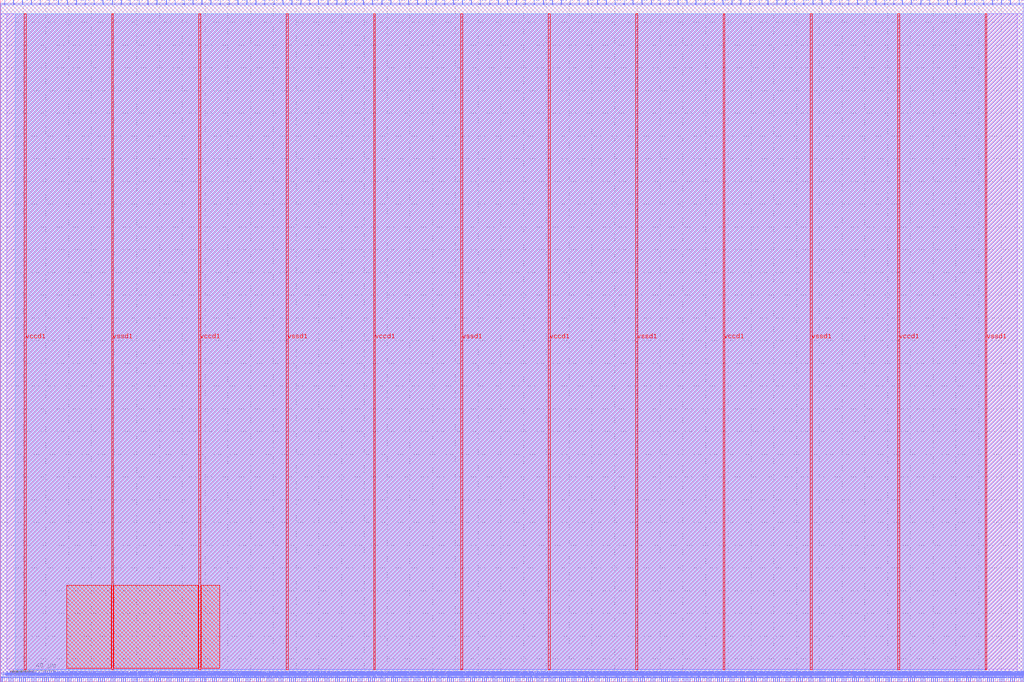
<source format=lef>
VERSION 5.7 ;
  NOWIREEXTENSIONATPIN ON ;
  DIVIDERCHAR "/" ;
  BUSBITCHARS "[]" ;
MACRO user_proj_mul32
  CLASS BLOCK ;
  FOREIGN user_proj_mul32 ;
  ORIGIN 0.000 0.000 ;
  SIZE 900.000 BY 600.000 ;
  PIN io_in[0]
    DIRECTION INPUT ;
    USE SIGNAL ;
    PORT
      LAYER met2 ;
        RECT 3.770 596.000 4.050 600.000 ;
    END
  END io_in[0]
  PIN io_in[10]
    DIRECTION INPUT ;
    USE SIGNAL ;
    PORT
      LAYER met2 ;
        RECT 240.670 596.000 240.950 600.000 ;
    END
  END io_in[10]
  PIN io_in[11]
    DIRECTION INPUT ;
    USE SIGNAL ;
    PORT
      LAYER met2 ;
        RECT 264.130 596.000 264.410 600.000 ;
    END
  END io_in[11]
  PIN io_in[12]
    DIRECTION INPUT ;
    USE SIGNAL ;
    PORT
      LAYER met2 ;
        RECT 288.050 596.000 288.330 600.000 ;
    END
  END io_in[12]
  PIN io_in[13]
    DIRECTION INPUT ;
    USE SIGNAL ;
    PORT
      LAYER met2 ;
        RECT 311.510 596.000 311.790 600.000 ;
    END
  END io_in[13]
  PIN io_in[14]
    DIRECTION INPUT ;
    USE SIGNAL ;
    PORT
      LAYER met2 ;
        RECT 335.430 596.000 335.710 600.000 ;
    END
  END io_in[14]
  PIN io_in[15]
    DIRECTION INPUT ;
    USE SIGNAL ;
    PORT
      LAYER met2 ;
        RECT 358.890 596.000 359.170 600.000 ;
    END
  END io_in[15]
  PIN io_in[16]
    DIRECTION INPUT ;
    USE SIGNAL ;
    PORT
      LAYER met2 ;
        RECT 382.810 596.000 383.090 600.000 ;
    END
  END io_in[16]
  PIN io_in[17]
    DIRECTION INPUT ;
    USE SIGNAL ;
    PORT
      LAYER met2 ;
        RECT 406.270 596.000 406.550 600.000 ;
    END
  END io_in[17]
  PIN io_in[18]
    DIRECTION INPUT ;
    USE SIGNAL ;
    PORT
      LAYER met2 ;
        RECT 430.190 596.000 430.470 600.000 ;
    END
  END io_in[18]
  PIN io_in[19]
    DIRECTION INPUT ;
    USE SIGNAL ;
    PORT
      LAYER met2 ;
        RECT 453.650 596.000 453.930 600.000 ;
    END
  END io_in[19]
  PIN io_in[1]
    DIRECTION INPUT ;
    USE SIGNAL ;
    PORT
      LAYER met2 ;
        RECT 27.230 596.000 27.510 600.000 ;
    END
  END io_in[1]
  PIN io_in[20]
    DIRECTION INPUT ;
    USE SIGNAL ;
    PORT
      LAYER met2 ;
        RECT 477.570 596.000 477.850 600.000 ;
    END
  END io_in[20]
  PIN io_in[21]
    DIRECTION INPUT ;
    USE SIGNAL ;
    PORT
      LAYER met2 ;
        RECT 501.030 596.000 501.310 600.000 ;
    END
  END io_in[21]
  PIN io_in[22]
    DIRECTION INPUT ;
    USE SIGNAL ;
    PORT
      LAYER met2 ;
        RECT 524.950 596.000 525.230 600.000 ;
    END
  END io_in[22]
  PIN io_in[23]
    DIRECTION INPUT ;
    USE SIGNAL ;
    PORT
      LAYER met2 ;
        RECT 548.410 596.000 548.690 600.000 ;
    END
  END io_in[23]
  PIN io_in[24]
    DIRECTION INPUT ;
    USE SIGNAL ;
    PORT
      LAYER met2 ;
        RECT 572.330 596.000 572.610 600.000 ;
    END
  END io_in[24]
  PIN io_in[25]
    DIRECTION INPUT ;
    USE SIGNAL ;
    PORT
      LAYER met2 ;
        RECT 595.790 596.000 596.070 600.000 ;
    END
  END io_in[25]
  PIN io_in[26]
    DIRECTION INPUT ;
    USE SIGNAL ;
    PORT
      LAYER met2 ;
        RECT 619.710 596.000 619.990 600.000 ;
    END
  END io_in[26]
  PIN io_in[27]
    DIRECTION INPUT ;
    USE SIGNAL ;
    PORT
      LAYER met2 ;
        RECT 643.170 596.000 643.450 600.000 ;
    END
  END io_in[27]
  PIN io_in[28]
    DIRECTION INPUT ;
    USE SIGNAL ;
    PORT
      LAYER met2 ;
        RECT 667.090 596.000 667.370 600.000 ;
    END
  END io_in[28]
  PIN io_in[29]
    DIRECTION INPUT ;
    USE SIGNAL ;
    PORT
      LAYER met2 ;
        RECT 690.550 596.000 690.830 600.000 ;
    END
  END io_in[29]
  PIN io_in[2]
    DIRECTION INPUT ;
    USE SIGNAL ;
    PORT
      LAYER met2 ;
        RECT 51.150 596.000 51.430 600.000 ;
    END
  END io_in[2]
  PIN io_in[30]
    DIRECTION INPUT ;
    USE SIGNAL ;
    PORT
      LAYER met2 ;
        RECT 714.470 596.000 714.750 600.000 ;
    END
  END io_in[30]
  PIN io_in[31]
    DIRECTION INPUT ;
    USE SIGNAL ;
    PORT
      LAYER met2 ;
        RECT 737.930 596.000 738.210 600.000 ;
    END
  END io_in[31]
  PIN io_in[32]
    DIRECTION INPUT ;
    USE SIGNAL ;
    PORT
      LAYER met2 ;
        RECT 761.850 596.000 762.130 600.000 ;
    END
  END io_in[32]
  PIN io_in[33]
    DIRECTION INPUT ;
    USE SIGNAL ;
    PORT
      LAYER met2 ;
        RECT 785.310 596.000 785.590 600.000 ;
    END
  END io_in[33]
  PIN io_in[34]
    DIRECTION INPUT ;
    USE SIGNAL ;
    PORT
      LAYER met2 ;
        RECT 809.230 596.000 809.510 600.000 ;
    END
  END io_in[34]
  PIN io_in[35]
    DIRECTION INPUT ;
    USE SIGNAL ;
    PORT
      LAYER met2 ;
        RECT 832.690 596.000 832.970 600.000 ;
    END
  END io_in[35]
  PIN io_in[36]
    DIRECTION INPUT ;
    USE SIGNAL ;
    PORT
      LAYER met2 ;
        RECT 856.610 596.000 856.890 600.000 ;
    END
  END io_in[36]
  PIN io_in[37]
    DIRECTION INPUT ;
    USE SIGNAL ;
    PORT
      LAYER met2 ;
        RECT 880.070 596.000 880.350 600.000 ;
    END
  END io_in[37]
  PIN io_in[3]
    DIRECTION INPUT ;
    USE SIGNAL ;
    PORT
      LAYER met2 ;
        RECT 74.610 596.000 74.890 600.000 ;
    END
  END io_in[3]
  PIN io_in[4]
    DIRECTION INPUT ;
    USE SIGNAL ;
    PORT
      LAYER met2 ;
        RECT 98.530 596.000 98.810 600.000 ;
    END
  END io_in[4]
  PIN io_in[5]
    DIRECTION INPUT ;
    USE SIGNAL ;
    PORT
      LAYER met2 ;
        RECT 121.990 596.000 122.270 600.000 ;
    END
  END io_in[5]
  PIN io_in[6]
    DIRECTION INPUT ;
    USE SIGNAL ;
    PORT
      LAYER met2 ;
        RECT 145.910 596.000 146.190 600.000 ;
    END
  END io_in[6]
  PIN io_in[7]
    DIRECTION INPUT ;
    USE SIGNAL ;
    PORT
      LAYER met2 ;
        RECT 169.370 596.000 169.650 600.000 ;
    END
  END io_in[7]
  PIN io_in[8]
    DIRECTION INPUT ;
    USE SIGNAL ;
    PORT
      LAYER met2 ;
        RECT 193.290 596.000 193.570 600.000 ;
    END
  END io_in[8]
  PIN io_in[9]
    DIRECTION INPUT ;
    USE SIGNAL ;
    PORT
      LAYER met2 ;
        RECT 216.750 596.000 217.030 600.000 ;
    END
  END io_in[9]
  PIN io_oeb[0]
    DIRECTION OUTPUT TRISTATE ;
    USE SIGNAL ;
    PORT
      LAYER met2 ;
        RECT 11.590 596.000 11.870 600.000 ;
    END
  END io_oeb[0]
  PIN io_oeb[10]
    DIRECTION OUTPUT TRISTATE ;
    USE SIGNAL ;
    PORT
      LAYER met2 ;
        RECT 248.490 596.000 248.770 600.000 ;
    END
  END io_oeb[10]
  PIN io_oeb[11]
    DIRECTION OUTPUT TRISTATE ;
    USE SIGNAL ;
    PORT
      LAYER met2 ;
        RECT 271.950 596.000 272.230 600.000 ;
    END
  END io_oeb[11]
  PIN io_oeb[12]
    DIRECTION OUTPUT TRISTATE ;
    USE SIGNAL ;
    PORT
      LAYER met2 ;
        RECT 295.870 596.000 296.150 600.000 ;
    END
  END io_oeb[12]
  PIN io_oeb[13]
    DIRECTION OUTPUT TRISTATE ;
    USE SIGNAL ;
    PORT
      LAYER met2 ;
        RECT 319.330 596.000 319.610 600.000 ;
    END
  END io_oeb[13]
  PIN io_oeb[14]
    DIRECTION OUTPUT TRISTATE ;
    USE SIGNAL ;
    PORT
      LAYER met2 ;
        RECT 343.250 596.000 343.530 600.000 ;
    END
  END io_oeb[14]
  PIN io_oeb[15]
    DIRECTION OUTPUT TRISTATE ;
    USE SIGNAL ;
    PORT
      LAYER met2 ;
        RECT 366.710 596.000 366.990 600.000 ;
    END
  END io_oeb[15]
  PIN io_oeb[16]
    DIRECTION OUTPUT TRISTATE ;
    USE SIGNAL ;
    PORT
      LAYER met2 ;
        RECT 390.630 596.000 390.910 600.000 ;
    END
  END io_oeb[16]
  PIN io_oeb[17]
    DIRECTION OUTPUT TRISTATE ;
    USE SIGNAL ;
    PORT
      LAYER met2 ;
        RECT 414.090 596.000 414.370 600.000 ;
    END
  END io_oeb[17]
  PIN io_oeb[18]
    DIRECTION OUTPUT TRISTATE ;
    USE SIGNAL ;
    PORT
      LAYER met2 ;
        RECT 438.010 596.000 438.290 600.000 ;
    END
  END io_oeb[18]
  PIN io_oeb[19]
    DIRECTION OUTPUT TRISTATE ;
    USE SIGNAL ;
    PORT
      LAYER met2 ;
        RECT 461.470 596.000 461.750 600.000 ;
    END
  END io_oeb[19]
  PIN io_oeb[1]
    DIRECTION OUTPUT TRISTATE ;
    USE SIGNAL ;
    PORT
      LAYER met2 ;
        RECT 35.050 596.000 35.330 600.000 ;
    END
  END io_oeb[1]
  PIN io_oeb[20]
    DIRECTION OUTPUT TRISTATE ;
    USE SIGNAL ;
    PORT
      LAYER met2 ;
        RECT 485.390 596.000 485.670 600.000 ;
    END
  END io_oeb[20]
  PIN io_oeb[21]
    DIRECTION OUTPUT TRISTATE ;
    USE SIGNAL ;
    PORT
      LAYER met2 ;
        RECT 508.850 596.000 509.130 600.000 ;
    END
  END io_oeb[21]
  PIN io_oeb[22]
    DIRECTION OUTPUT TRISTATE ;
    USE SIGNAL ;
    PORT
      LAYER met2 ;
        RECT 532.770 596.000 533.050 600.000 ;
    END
  END io_oeb[22]
  PIN io_oeb[23]
    DIRECTION OUTPUT TRISTATE ;
    USE SIGNAL ;
    PORT
      LAYER met2 ;
        RECT 556.230 596.000 556.510 600.000 ;
    END
  END io_oeb[23]
  PIN io_oeb[24]
    DIRECTION OUTPUT TRISTATE ;
    USE SIGNAL ;
    PORT
      LAYER met2 ;
        RECT 580.150 596.000 580.430 600.000 ;
    END
  END io_oeb[24]
  PIN io_oeb[25]
    DIRECTION OUTPUT TRISTATE ;
    USE SIGNAL ;
    PORT
      LAYER met2 ;
        RECT 603.610 596.000 603.890 600.000 ;
    END
  END io_oeb[25]
  PIN io_oeb[26]
    DIRECTION OUTPUT TRISTATE ;
    USE SIGNAL ;
    PORT
      LAYER met2 ;
        RECT 627.530 596.000 627.810 600.000 ;
    END
  END io_oeb[26]
  PIN io_oeb[27]
    DIRECTION OUTPUT TRISTATE ;
    USE SIGNAL ;
    PORT
      LAYER met2 ;
        RECT 650.990 596.000 651.270 600.000 ;
    END
  END io_oeb[27]
  PIN io_oeb[28]
    DIRECTION OUTPUT TRISTATE ;
    USE SIGNAL ;
    PORT
      LAYER met2 ;
        RECT 674.910 596.000 675.190 600.000 ;
    END
  END io_oeb[28]
  PIN io_oeb[29]
    DIRECTION OUTPUT TRISTATE ;
    USE SIGNAL ;
    PORT
      LAYER met2 ;
        RECT 698.370 596.000 698.650 600.000 ;
    END
  END io_oeb[29]
  PIN io_oeb[2]
    DIRECTION OUTPUT TRISTATE ;
    USE SIGNAL ;
    PORT
      LAYER met2 ;
        RECT 58.970 596.000 59.250 600.000 ;
    END
  END io_oeb[2]
  PIN io_oeb[30]
    DIRECTION OUTPUT TRISTATE ;
    USE SIGNAL ;
    PORT
      LAYER met2 ;
        RECT 722.290 596.000 722.570 600.000 ;
    END
  END io_oeb[30]
  PIN io_oeb[31]
    DIRECTION OUTPUT TRISTATE ;
    USE SIGNAL ;
    PORT
      LAYER met2 ;
        RECT 745.750 596.000 746.030 600.000 ;
    END
  END io_oeb[31]
  PIN io_oeb[32]
    DIRECTION OUTPUT TRISTATE ;
    USE SIGNAL ;
    PORT
      LAYER met2 ;
        RECT 769.670 596.000 769.950 600.000 ;
    END
  END io_oeb[32]
  PIN io_oeb[33]
    DIRECTION OUTPUT TRISTATE ;
    USE SIGNAL ;
    PORT
      LAYER met2 ;
        RECT 793.130 596.000 793.410 600.000 ;
    END
  END io_oeb[33]
  PIN io_oeb[34]
    DIRECTION OUTPUT TRISTATE ;
    USE SIGNAL ;
    PORT
      LAYER met2 ;
        RECT 817.050 596.000 817.330 600.000 ;
    END
  END io_oeb[34]
  PIN io_oeb[35]
    DIRECTION OUTPUT TRISTATE ;
    USE SIGNAL ;
    PORT
      LAYER met2 ;
        RECT 840.510 596.000 840.790 600.000 ;
    END
  END io_oeb[35]
  PIN io_oeb[36]
    DIRECTION OUTPUT TRISTATE ;
    USE SIGNAL ;
    PORT
      LAYER met2 ;
        RECT 864.430 596.000 864.710 600.000 ;
    END
  END io_oeb[36]
  PIN io_oeb[37]
    DIRECTION OUTPUT TRISTATE ;
    USE SIGNAL ;
    PORT
      LAYER met2 ;
        RECT 887.890 596.000 888.170 600.000 ;
    END
  END io_oeb[37]
  PIN io_oeb[3]
    DIRECTION OUTPUT TRISTATE ;
    USE SIGNAL ;
    PORT
      LAYER met2 ;
        RECT 82.430 596.000 82.710 600.000 ;
    END
  END io_oeb[3]
  PIN io_oeb[4]
    DIRECTION OUTPUT TRISTATE ;
    USE SIGNAL ;
    PORT
      LAYER met2 ;
        RECT 106.350 596.000 106.630 600.000 ;
    END
  END io_oeb[4]
  PIN io_oeb[5]
    DIRECTION OUTPUT TRISTATE ;
    USE SIGNAL ;
    PORT
      LAYER met2 ;
        RECT 129.810 596.000 130.090 600.000 ;
    END
  END io_oeb[5]
  PIN io_oeb[6]
    DIRECTION OUTPUT TRISTATE ;
    USE SIGNAL ;
    PORT
      LAYER met2 ;
        RECT 153.730 596.000 154.010 600.000 ;
    END
  END io_oeb[6]
  PIN io_oeb[7]
    DIRECTION OUTPUT TRISTATE ;
    USE SIGNAL ;
    PORT
      LAYER met2 ;
        RECT 177.190 596.000 177.470 600.000 ;
    END
  END io_oeb[7]
  PIN io_oeb[8]
    DIRECTION OUTPUT TRISTATE ;
    USE SIGNAL ;
    PORT
      LAYER met2 ;
        RECT 201.110 596.000 201.390 600.000 ;
    END
  END io_oeb[8]
  PIN io_oeb[9]
    DIRECTION OUTPUT TRISTATE ;
    USE SIGNAL ;
    PORT
      LAYER met2 ;
        RECT 224.570 596.000 224.850 600.000 ;
    END
  END io_oeb[9]
  PIN io_out[0]
    DIRECTION OUTPUT TRISTATE ;
    USE SIGNAL ;
    PORT
      LAYER met2 ;
        RECT 19.410 596.000 19.690 600.000 ;
    END
  END io_out[0]
  PIN io_out[10]
    DIRECTION OUTPUT TRISTATE ;
    USE SIGNAL ;
    PORT
      LAYER met2 ;
        RECT 256.310 596.000 256.590 600.000 ;
    END
  END io_out[10]
  PIN io_out[11]
    DIRECTION OUTPUT TRISTATE ;
    USE SIGNAL ;
    PORT
      LAYER met2 ;
        RECT 279.770 596.000 280.050 600.000 ;
    END
  END io_out[11]
  PIN io_out[12]
    DIRECTION OUTPUT TRISTATE ;
    USE SIGNAL ;
    PORT
      LAYER met2 ;
        RECT 303.690 596.000 303.970 600.000 ;
    END
  END io_out[12]
  PIN io_out[13]
    DIRECTION OUTPUT TRISTATE ;
    USE SIGNAL ;
    PORT
      LAYER met2 ;
        RECT 327.150 596.000 327.430 600.000 ;
    END
  END io_out[13]
  PIN io_out[14]
    DIRECTION OUTPUT TRISTATE ;
    USE SIGNAL ;
    PORT
      LAYER met2 ;
        RECT 351.070 596.000 351.350 600.000 ;
    END
  END io_out[14]
  PIN io_out[15]
    DIRECTION OUTPUT TRISTATE ;
    USE SIGNAL ;
    PORT
      LAYER met2 ;
        RECT 374.530 596.000 374.810 600.000 ;
    END
  END io_out[15]
  PIN io_out[16]
    DIRECTION OUTPUT TRISTATE ;
    USE SIGNAL ;
    PORT
      LAYER met2 ;
        RECT 398.450 596.000 398.730 600.000 ;
    END
  END io_out[16]
  PIN io_out[17]
    DIRECTION OUTPUT TRISTATE ;
    USE SIGNAL ;
    PORT
      LAYER met2 ;
        RECT 421.910 596.000 422.190 600.000 ;
    END
  END io_out[17]
  PIN io_out[18]
    DIRECTION OUTPUT TRISTATE ;
    USE SIGNAL ;
    PORT
      LAYER met2 ;
        RECT 445.830 596.000 446.110 600.000 ;
    END
  END io_out[18]
  PIN io_out[19]
    DIRECTION OUTPUT TRISTATE ;
    USE SIGNAL ;
    PORT
      LAYER met2 ;
        RECT 469.290 596.000 469.570 600.000 ;
    END
  END io_out[19]
  PIN io_out[1]
    DIRECTION OUTPUT TRISTATE ;
    USE SIGNAL ;
    PORT
      LAYER met2 ;
        RECT 42.870 596.000 43.150 600.000 ;
    END
  END io_out[1]
  PIN io_out[20]
    DIRECTION OUTPUT TRISTATE ;
    USE SIGNAL ;
    PORT
      LAYER met2 ;
        RECT 493.210 596.000 493.490 600.000 ;
    END
  END io_out[20]
  PIN io_out[21]
    DIRECTION OUTPUT TRISTATE ;
    USE SIGNAL ;
    PORT
      LAYER met2 ;
        RECT 516.670 596.000 516.950 600.000 ;
    END
  END io_out[21]
  PIN io_out[22]
    DIRECTION OUTPUT TRISTATE ;
    USE SIGNAL ;
    PORT
      LAYER met2 ;
        RECT 540.590 596.000 540.870 600.000 ;
    END
  END io_out[22]
  PIN io_out[23]
    DIRECTION OUTPUT TRISTATE ;
    USE SIGNAL ;
    PORT
      LAYER met2 ;
        RECT 564.050 596.000 564.330 600.000 ;
    END
  END io_out[23]
  PIN io_out[24]
    DIRECTION OUTPUT TRISTATE ;
    USE SIGNAL ;
    PORT
      LAYER met2 ;
        RECT 587.970 596.000 588.250 600.000 ;
    END
  END io_out[24]
  PIN io_out[25]
    DIRECTION OUTPUT TRISTATE ;
    USE SIGNAL ;
    PORT
      LAYER met2 ;
        RECT 611.430 596.000 611.710 600.000 ;
    END
  END io_out[25]
  PIN io_out[26]
    DIRECTION OUTPUT TRISTATE ;
    USE SIGNAL ;
    PORT
      LAYER met2 ;
        RECT 635.350 596.000 635.630 600.000 ;
    END
  END io_out[26]
  PIN io_out[27]
    DIRECTION OUTPUT TRISTATE ;
    USE SIGNAL ;
    PORT
      LAYER met2 ;
        RECT 658.810 596.000 659.090 600.000 ;
    END
  END io_out[27]
  PIN io_out[28]
    DIRECTION OUTPUT TRISTATE ;
    USE SIGNAL ;
    PORT
      LAYER met2 ;
        RECT 682.730 596.000 683.010 600.000 ;
    END
  END io_out[28]
  PIN io_out[29]
    DIRECTION OUTPUT TRISTATE ;
    USE SIGNAL ;
    PORT
      LAYER met2 ;
        RECT 706.190 596.000 706.470 600.000 ;
    END
  END io_out[29]
  PIN io_out[2]
    DIRECTION OUTPUT TRISTATE ;
    USE SIGNAL ;
    PORT
      LAYER met2 ;
        RECT 66.790 596.000 67.070 600.000 ;
    END
  END io_out[2]
  PIN io_out[30]
    DIRECTION OUTPUT TRISTATE ;
    USE SIGNAL ;
    PORT
      LAYER met2 ;
        RECT 730.110 596.000 730.390 600.000 ;
    END
  END io_out[30]
  PIN io_out[31]
    DIRECTION OUTPUT TRISTATE ;
    USE SIGNAL ;
    PORT
      LAYER met2 ;
        RECT 753.570 596.000 753.850 600.000 ;
    END
  END io_out[31]
  PIN io_out[32]
    DIRECTION OUTPUT TRISTATE ;
    USE SIGNAL ;
    PORT
      LAYER met2 ;
        RECT 777.490 596.000 777.770 600.000 ;
    END
  END io_out[32]
  PIN io_out[33]
    DIRECTION OUTPUT TRISTATE ;
    USE SIGNAL ;
    PORT
      LAYER met2 ;
        RECT 800.950 596.000 801.230 600.000 ;
    END
  END io_out[33]
  PIN io_out[34]
    DIRECTION OUTPUT TRISTATE ;
    USE SIGNAL ;
    PORT
      LAYER met2 ;
        RECT 824.870 596.000 825.150 600.000 ;
    END
  END io_out[34]
  PIN io_out[35]
    DIRECTION OUTPUT TRISTATE ;
    USE SIGNAL ;
    PORT
      LAYER met2 ;
        RECT 848.330 596.000 848.610 600.000 ;
    END
  END io_out[35]
  PIN io_out[36]
    DIRECTION OUTPUT TRISTATE ;
    USE SIGNAL ;
    PORT
      LAYER met2 ;
        RECT 872.250 596.000 872.530 600.000 ;
    END
  END io_out[36]
  PIN io_out[37]
    DIRECTION OUTPUT TRISTATE ;
    USE SIGNAL ;
    PORT
      LAYER met2 ;
        RECT 895.710 596.000 895.990 600.000 ;
    END
  END io_out[37]
  PIN io_out[3]
    DIRECTION OUTPUT TRISTATE ;
    USE SIGNAL ;
    PORT
      LAYER met2 ;
        RECT 90.250 596.000 90.530 600.000 ;
    END
  END io_out[3]
  PIN io_out[4]
    DIRECTION OUTPUT TRISTATE ;
    USE SIGNAL ;
    PORT
      LAYER met2 ;
        RECT 114.170 596.000 114.450 600.000 ;
    END
  END io_out[4]
  PIN io_out[5]
    DIRECTION OUTPUT TRISTATE ;
    USE SIGNAL ;
    PORT
      LAYER met2 ;
        RECT 137.630 596.000 137.910 600.000 ;
    END
  END io_out[5]
  PIN io_out[6]
    DIRECTION OUTPUT TRISTATE ;
    USE SIGNAL ;
    PORT
      LAYER met2 ;
        RECT 161.550 596.000 161.830 600.000 ;
    END
  END io_out[6]
  PIN io_out[7]
    DIRECTION OUTPUT TRISTATE ;
    USE SIGNAL ;
    PORT
      LAYER met2 ;
        RECT 185.010 596.000 185.290 600.000 ;
    END
  END io_out[7]
  PIN io_out[8]
    DIRECTION OUTPUT TRISTATE ;
    USE SIGNAL ;
    PORT
      LAYER met2 ;
        RECT 208.930 596.000 209.210 600.000 ;
    END
  END io_out[8]
  PIN io_out[9]
    DIRECTION OUTPUT TRISTATE ;
    USE SIGNAL ;
    PORT
      LAYER met2 ;
        RECT 232.390 596.000 232.670 600.000 ;
    END
  END io_out[9]
  PIN irq[0]
    DIRECTION OUTPUT TRISTATE ;
    USE SIGNAL ;
    PORT
      LAYER met2 ;
        RECT 895.250 0.000 895.530 4.000 ;
    END
  END irq[0]
  PIN irq[1]
    DIRECTION OUTPUT TRISTATE ;
    USE SIGNAL ;
    PORT
      LAYER met2 ;
        RECT 897.090 0.000 897.370 4.000 ;
    END
  END irq[1]
  PIN irq[2]
    DIRECTION OUTPUT TRISTATE ;
    USE SIGNAL ;
    PORT
      LAYER met2 ;
        RECT 898.930 0.000 899.210 4.000 ;
    END
  END irq[2]
  PIN la_data_in[0]
    DIRECTION INPUT ;
    USE SIGNAL ;
    PORT
      LAYER met2 ;
        RECT 193.750 0.000 194.030 4.000 ;
    END
  END la_data_in[0]
  PIN la_data_in[100]
    DIRECTION INPUT ;
    USE SIGNAL ;
    PORT
      LAYER met2 ;
        RECT 741.610 0.000 741.890 4.000 ;
    END
  END la_data_in[100]
  PIN la_data_in[101]
    DIRECTION INPUT ;
    USE SIGNAL ;
    PORT
      LAYER met2 ;
        RECT 747.130 0.000 747.410 4.000 ;
    END
  END la_data_in[101]
  PIN la_data_in[102]
    DIRECTION INPUT ;
    USE SIGNAL ;
    PORT
      LAYER met2 ;
        RECT 752.650 0.000 752.930 4.000 ;
    END
  END la_data_in[102]
  PIN la_data_in[103]
    DIRECTION INPUT ;
    USE SIGNAL ;
    PORT
      LAYER met2 ;
        RECT 758.170 0.000 758.450 4.000 ;
    END
  END la_data_in[103]
  PIN la_data_in[104]
    DIRECTION INPUT ;
    USE SIGNAL ;
    PORT
      LAYER met2 ;
        RECT 763.690 0.000 763.970 4.000 ;
    END
  END la_data_in[104]
  PIN la_data_in[105]
    DIRECTION INPUT ;
    USE SIGNAL ;
    PORT
      LAYER met2 ;
        RECT 769.210 0.000 769.490 4.000 ;
    END
  END la_data_in[105]
  PIN la_data_in[106]
    DIRECTION INPUT ;
    USE SIGNAL ;
    PORT
      LAYER met2 ;
        RECT 774.730 0.000 775.010 4.000 ;
    END
  END la_data_in[106]
  PIN la_data_in[107]
    DIRECTION INPUT ;
    USE SIGNAL ;
    PORT
      LAYER met2 ;
        RECT 780.250 0.000 780.530 4.000 ;
    END
  END la_data_in[107]
  PIN la_data_in[108]
    DIRECTION INPUT ;
    USE SIGNAL ;
    PORT
      LAYER met2 ;
        RECT 785.310 0.000 785.590 4.000 ;
    END
  END la_data_in[108]
  PIN la_data_in[109]
    DIRECTION INPUT ;
    USE SIGNAL ;
    PORT
      LAYER met2 ;
        RECT 790.830 0.000 791.110 4.000 ;
    END
  END la_data_in[109]
  PIN la_data_in[10]
    DIRECTION INPUT ;
    USE SIGNAL ;
    PORT
      LAYER met2 ;
        RECT 248.490 0.000 248.770 4.000 ;
    END
  END la_data_in[10]
  PIN la_data_in[110]
    DIRECTION INPUT ;
    USE SIGNAL ;
    PORT
      LAYER met2 ;
        RECT 796.350 0.000 796.630 4.000 ;
    END
  END la_data_in[110]
  PIN la_data_in[111]
    DIRECTION INPUT ;
    USE SIGNAL ;
    PORT
      LAYER met2 ;
        RECT 801.870 0.000 802.150 4.000 ;
    END
  END la_data_in[111]
  PIN la_data_in[112]
    DIRECTION INPUT ;
    USE SIGNAL ;
    PORT
      LAYER met2 ;
        RECT 807.390 0.000 807.670 4.000 ;
    END
  END la_data_in[112]
  PIN la_data_in[113]
    DIRECTION INPUT ;
    USE SIGNAL ;
    PORT
      LAYER met2 ;
        RECT 812.910 0.000 813.190 4.000 ;
    END
  END la_data_in[113]
  PIN la_data_in[114]
    DIRECTION INPUT ;
    USE SIGNAL ;
    PORT
      LAYER met2 ;
        RECT 818.430 0.000 818.710 4.000 ;
    END
  END la_data_in[114]
  PIN la_data_in[115]
    DIRECTION INPUT ;
    USE SIGNAL ;
    PORT
      LAYER met2 ;
        RECT 823.950 0.000 824.230 4.000 ;
    END
  END la_data_in[115]
  PIN la_data_in[116]
    DIRECTION INPUT ;
    USE SIGNAL ;
    PORT
      LAYER met2 ;
        RECT 829.470 0.000 829.750 4.000 ;
    END
  END la_data_in[116]
  PIN la_data_in[117]
    DIRECTION INPUT ;
    USE SIGNAL ;
    PORT
      LAYER met2 ;
        RECT 834.990 0.000 835.270 4.000 ;
    END
  END la_data_in[117]
  PIN la_data_in[118]
    DIRECTION INPUT ;
    USE SIGNAL ;
    PORT
      LAYER met2 ;
        RECT 840.510 0.000 840.790 4.000 ;
    END
  END la_data_in[118]
  PIN la_data_in[119]
    DIRECTION INPUT ;
    USE SIGNAL ;
    PORT
      LAYER met2 ;
        RECT 845.570 0.000 845.850 4.000 ;
    END
  END la_data_in[119]
  PIN la_data_in[11]
    DIRECTION INPUT ;
    USE SIGNAL ;
    PORT
      LAYER met2 ;
        RECT 254.010 0.000 254.290 4.000 ;
    END
  END la_data_in[11]
  PIN la_data_in[120]
    DIRECTION INPUT ;
    USE SIGNAL ;
    PORT
      LAYER met2 ;
        RECT 851.090 0.000 851.370 4.000 ;
    END
  END la_data_in[120]
  PIN la_data_in[121]
    DIRECTION INPUT ;
    USE SIGNAL ;
    PORT
      LAYER met2 ;
        RECT 856.610 0.000 856.890 4.000 ;
    END
  END la_data_in[121]
  PIN la_data_in[122]
    DIRECTION INPUT ;
    USE SIGNAL ;
    PORT
      LAYER met2 ;
        RECT 862.130 0.000 862.410 4.000 ;
    END
  END la_data_in[122]
  PIN la_data_in[123]
    DIRECTION INPUT ;
    USE SIGNAL ;
    PORT
      LAYER met2 ;
        RECT 867.650 0.000 867.930 4.000 ;
    END
  END la_data_in[123]
  PIN la_data_in[124]
    DIRECTION INPUT ;
    USE SIGNAL ;
    PORT
      LAYER met2 ;
        RECT 873.170 0.000 873.450 4.000 ;
    END
  END la_data_in[124]
  PIN la_data_in[125]
    DIRECTION INPUT ;
    USE SIGNAL ;
    PORT
      LAYER met2 ;
        RECT 878.690 0.000 878.970 4.000 ;
    END
  END la_data_in[125]
  PIN la_data_in[126]
    DIRECTION INPUT ;
    USE SIGNAL ;
    PORT
      LAYER met2 ;
        RECT 884.210 0.000 884.490 4.000 ;
    END
  END la_data_in[126]
  PIN la_data_in[127]
    DIRECTION INPUT ;
    USE SIGNAL ;
    PORT
      LAYER met2 ;
        RECT 889.730 0.000 890.010 4.000 ;
    END
  END la_data_in[127]
  PIN la_data_in[12]
    DIRECTION INPUT ;
    USE SIGNAL ;
    PORT
      LAYER met2 ;
        RECT 259.530 0.000 259.810 4.000 ;
    END
  END la_data_in[12]
  PIN la_data_in[13]
    DIRECTION INPUT ;
    USE SIGNAL ;
    PORT
      LAYER met2 ;
        RECT 265.050 0.000 265.330 4.000 ;
    END
  END la_data_in[13]
  PIN la_data_in[14]
    DIRECTION INPUT ;
    USE SIGNAL ;
    PORT
      LAYER met2 ;
        RECT 270.570 0.000 270.850 4.000 ;
    END
  END la_data_in[14]
  PIN la_data_in[15]
    DIRECTION INPUT ;
    USE SIGNAL ;
    PORT
      LAYER met2 ;
        RECT 276.090 0.000 276.370 4.000 ;
    END
  END la_data_in[15]
  PIN la_data_in[16]
    DIRECTION INPUT ;
    USE SIGNAL ;
    PORT
      LAYER met2 ;
        RECT 281.610 0.000 281.890 4.000 ;
    END
  END la_data_in[16]
  PIN la_data_in[17]
    DIRECTION INPUT ;
    USE SIGNAL ;
    PORT
      LAYER met2 ;
        RECT 287.130 0.000 287.410 4.000 ;
    END
  END la_data_in[17]
  PIN la_data_in[18]
    DIRECTION INPUT ;
    USE SIGNAL ;
    PORT
      LAYER met2 ;
        RECT 292.650 0.000 292.930 4.000 ;
    END
  END la_data_in[18]
  PIN la_data_in[19]
    DIRECTION INPUT ;
    USE SIGNAL ;
    PORT
      LAYER met2 ;
        RECT 298.170 0.000 298.450 4.000 ;
    END
  END la_data_in[19]
  PIN la_data_in[1]
    DIRECTION INPUT ;
    USE SIGNAL ;
    PORT
      LAYER met2 ;
        RECT 199.270 0.000 199.550 4.000 ;
    END
  END la_data_in[1]
  PIN la_data_in[20]
    DIRECTION INPUT ;
    USE SIGNAL ;
    PORT
      LAYER met2 ;
        RECT 303.230 0.000 303.510 4.000 ;
    END
  END la_data_in[20]
  PIN la_data_in[21]
    DIRECTION INPUT ;
    USE SIGNAL ;
    PORT
      LAYER met2 ;
        RECT 308.750 0.000 309.030 4.000 ;
    END
  END la_data_in[21]
  PIN la_data_in[22]
    DIRECTION INPUT ;
    USE SIGNAL ;
    PORT
      LAYER met2 ;
        RECT 314.270 0.000 314.550 4.000 ;
    END
  END la_data_in[22]
  PIN la_data_in[23]
    DIRECTION INPUT ;
    USE SIGNAL ;
    PORT
      LAYER met2 ;
        RECT 319.790 0.000 320.070 4.000 ;
    END
  END la_data_in[23]
  PIN la_data_in[24]
    DIRECTION INPUT ;
    USE SIGNAL ;
    PORT
      LAYER met2 ;
        RECT 325.310 0.000 325.590 4.000 ;
    END
  END la_data_in[24]
  PIN la_data_in[25]
    DIRECTION INPUT ;
    USE SIGNAL ;
    PORT
      LAYER met2 ;
        RECT 330.830 0.000 331.110 4.000 ;
    END
  END la_data_in[25]
  PIN la_data_in[26]
    DIRECTION INPUT ;
    USE SIGNAL ;
    PORT
      LAYER met2 ;
        RECT 336.350 0.000 336.630 4.000 ;
    END
  END la_data_in[26]
  PIN la_data_in[27]
    DIRECTION INPUT ;
    USE SIGNAL ;
    PORT
      LAYER met2 ;
        RECT 341.870 0.000 342.150 4.000 ;
    END
  END la_data_in[27]
  PIN la_data_in[28]
    DIRECTION INPUT ;
    USE SIGNAL ;
    PORT
      LAYER met2 ;
        RECT 347.390 0.000 347.670 4.000 ;
    END
  END la_data_in[28]
  PIN la_data_in[29]
    DIRECTION INPUT ;
    USE SIGNAL ;
    PORT
      LAYER met2 ;
        RECT 352.910 0.000 353.190 4.000 ;
    END
  END la_data_in[29]
  PIN la_data_in[2]
    DIRECTION INPUT ;
    USE SIGNAL ;
    PORT
      LAYER met2 ;
        RECT 204.790 0.000 205.070 4.000 ;
    END
  END la_data_in[2]
  PIN la_data_in[30]
    DIRECTION INPUT ;
    USE SIGNAL ;
    PORT
      LAYER met2 ;
        RECT 358.430 0.000 358.710 4.000 ;
    END
  END la_data_in[30]
  PIN la_data_in[31]
    DIRECTION INPUT ;
    USE SIGNAL ;
    PORT
      LAYER met2 ;
        RECT 363.490 0.000 363.770 4.000 ;
    END
  END la_data_in[31]
  PIN la_data_in[32]
    DIRECTION INPUT ;
    USE SIGNAL ;
    PORT
      LAYER met2 ;
        RECT 369.010 0.000 369.290 4.000 ;
    END
  END la_data_in[32]
  PIN la_data_in[33]
    DIRECTION INPUT ;
    USE SIGNAL ;
    PORT
      LAYER met2 ;
        RECT 374.530 0.000 374.810 4.000 ;
    END
  END la_data_in[33]
  PIN la_data_in[34]
    DIRECTION INPUT ;
    USE SIGNAL ;
    PORT
      LAYER met2 ;
        RECT 380.050 0.000 380.330 4.000 ;
    END
  END la_data_in[34]
  PIN la_data_in[35]
    DIRECTION INPUT ;
    USE SIGNAL ;
    PORT
      LAYER met2 ;
        RECT 385.570 0.000 385.850 4.000 ;
    END
  END la_data_in[35]
  PIN la_data_in[36]
    DIRECTION INPUT ;
    USE SIGNAL ;
    PORT
      LAYER met2 ;
        RECT 391.090 0.000 391.370 4.000 ;
    END
  END la_data_in[36]
  PIN la_data_in[37]
    DIRECTION INPUT ;
    USE SIGNAL ;
    PORT
      LAYER met2 ;
        RECT 396.610 0.000 396.890 4.000 ;
    END
  END la_data_in[37]
  PIN la_data_in[38]
    DIRECTION INPUT ;
    USE SIGNAL ;
    PORT
      LAYER met2 ;
        RECT 402.130 0.000 402.410 4.000 ;
    END
  END la_data_in[38]
  PIN la_data_in[39]
    DIRECTION INPUT ;
    USE SIGNAL ;
    PORT
      LAYER met2 ;
        RECT 407.650 0.000 407.930 4.000 ;
    END
  END la_data_in[39]
  PIN la_data_in[3]
    DIRECTION INPUT ;
    USE SIGNAL ;
    PORT
      LAYER met2 ;
        RECT 210.310 0.000 210.590 4.000 ;
    END
  END la_data_in[3]
  PIN la_data_in[40]
    DIRECTION INPUT ;
    USE SIGNAL ;
    PORT
      LAYER met2 ;
        RECT 413.170 0.000 413.450 4.000 ;
    END
  END la_data_in[40]
  PIN la_data_in[41]
    DIRECTION INPUT ;
    USE SIGNAL ;
    PORT
      LAYER met2 ;
        RECT 418.690 0.000 418.970 4.000 ;
    END
  END la_data_in[41]
  PIN la_data_in[42]
    DIRECTION INPUT ;
    USE SIGNAL ;
    PORT
      LAYER met2 ;
        RECT 423.750 0.000 424.030 4.000 ;
    END
  END la_data_in[42]
  PIN la_data_in[43]
    DIRECTION INPUT ;
    USE SIGNAL ;
    PORT
      LAYER met2 ;
        RECT 429.270 0.000 429.550 4.000 ;
    END
  END la_data_in[43]
  PIN la_data_in[44]
    DIRECTION INPUT ;
    USE SIGNAL ;
    PORT
      LAYER met2 ;
        RECT 434.790 0.000 435.070 4.000 ;
    END
  END la_data_in[44]
  PIN la_data_in[45]
    DIRECTION INPUT ;
    USE SIGNAL ;
    PORT
      LAYER met2 ;
        RECT 440.310 0.000 440.590 4.000 ;
    END
  END la_data_in[45]
  PIN la_data_in[46]
    DIRECTION INPUT ;
    USE SIGNAL ;
    PORT
      LAYER met2 ;
        RECT 445.830 0.000 446.110 4.000 ;
    END
  END la_data_in[46]
  PIN la_data_in[47]
    DIRECTION INPUT ;
    USE SIGNAL ;
    PORT
      LAYER met2 ;
        RECT 451.350 0.000 451.630 4.000 ;
    END
  END la_data_in[47]
  PIN la_data_in[48]
    DIRECTION INPUT ;
    USE SIGNAL ;
    PORT
      LAYER met2 ;
        RECT 456.870 0.000 457.150 4.000 ;
    END
  END la_data_in[48]
  PIN la_data_in[49]
    DIRECTION INPUT ;
    USE SIGNAL ;
    PORT
      LAYER met2 ;
        RECT 462.390 0.000 462.670 4.000 ;
    END
  END la_data_in[49]
  PIN la_data_in[4]
    DIRECTION INPUT ;
    USE SIGNAL ;
    PORT
      LAYER met2 ;
        RECT 215.830 0.000 216.110 4.000 ;
    END
  END la_data_in[4]
  PIN la_data_in[50]
    DIRECTION INPUT ;
    USE SIGNAL ;
    PORT
      LAYER met2 ;
        RECT 467.910 0.000 468.190 4.000 ;
    END
  END la_data_in[50]
  PIN la_data_in[51]
    DIRECTION INPUT ;
    USE SIGNAL ;
    PORT
      LAYER met2 ;
        RECT 473.430 0.000 473.710 4.000 ;
    END
  END la_data_in[51]
  PIN la_data_in[52]
    DIRECTION INPUT ;
    USE SIGNAL ;
    PORT
      LAYER met2 ;
        RECT 478.950 0.000 479.230 4.000 ;
    END
  END la_data_in[52]
  PIN la_data_in[53]
    DIRECTION INPUT ;
    USE SIGNAL ;
    PORT
      LAYER met2 ;
        RECT 484.010 0.000 484.290 4.000 ;
    END
  END la_data_in[53]
  PIN la_data_in[54]
    DIRECTION INPUT ;
    USE SIGNAL ;
    PORT
      LAYER met2 ;
        RECT 489.530 0.000 489.810 4.000 ;
    END
  END la_data_in[54]
  PIN la_data_in[55]
    DIRECTION INPUT ;
    USE SIGNAL ;
    PORT
      LAYER met2 ;
        RECT 495.050 0.000 495.330 4.000 ;
    END
  END la_data_in[55]
  PIN la_data_in[56]
    DIRECTION INPUT ;
    USE SIGNAL ;
    PORT
      LAYER met2 ;
        RECT 500.570 0.000 500.850 4.000 ;
    END
  END la_data_in[56]
  PIN la_data_in[57]
    DIRECTION INPUT ;
    USE SIGNAL ;
    PORT
      LAYER met2 ;
        RECT 506.090 0.000 506.370 4.000 ;
    END
  END la_data_in[57]
  PIN la_data_in[58]
    DIRECTION INPUT ;
    USE SIGNAL ;
    PORT
      LAYER met2 ;
        RECT 511.610 0.000 511.890 4.000 ;
    END
  END la_data_in[58]
  PIN la_data_in[59]
    DIRECTION INPUT ;
    USE SIGNAL ;
    PORT
      LAYER met2 ;
        RECT 517.130 0.000 517.410 4.000 ;
    END
  END la_data_in[59]
  PIN la_data_in[5]
    DIRECTION INPUT ;
    USE SIGNAL ;
    PORT
      LAYER met2 ;
        RECT 221.350 0.000 221.630 4.000 ;
    END
  END la_data_in[5]
  PIN la_data_in[60]
    DIRECTION INPUT ;
    USE SIGNAL ;
    PORT
      LAYER met2 ;
        RECT 522.650 0.000 522.930 4.000 ;
    END
  END la_data_in[60]
  PIN la_data_in[61]
    DIRECTION INPUT ;
    USE SIGNAL ;
    PORT
      LAYER met2 ;
        RECT 528.170 0.000 528.450 4.000 ;
    END
  END la_data_in[61]
  PIN la_data_in[62]
    DIRECTION INPUT ;
    USE SIGNAL ;
    PORT
      LAYER met2 ;
        RECT 533.690 0.000 533.970 4.000 ;
    END
  END la_data_in[62]
  PIN la_data_in[63]
    DIRECTION INPUT ;
    USE SIGNAL ;
    PORT
      LAYER met2 ;
        RECT 539.210 0.000 539.490 4.000 ;
    END
  END la_data_in[63]
  PIN la_data_in[64]
    DIRECTION INPUT ;
    USE SIGNAL ;
    PORT
      LAYER met2 ;
        RECT 544.270 0.000 544.550 4.000 ;
    END
  END la_data_in[64]
  PIN la_data_in[65]
    DIRECTION INPUT ;
    USE SIGNAL ;
    PORT
      LAYER met2 ;
        RECT 549.790 0.000 550.070 4.000 ;
    END
  END la_data_in[65]
  PIN la_data_in[66]
    DIRECTION INPUT ;
    USE SIGNAL ;
    PORT
      LAYER met2 ;
        RECT 555.310 0.000 555.590 4.000 ;
    END
  END la_data_in[66]
  PIN la_data_in[67]
    DIRECTION INPUT ;
    USE SIGNAL ;
    PORT
      LAYER met2 ;
        RECT 560.830 0.000 561.110 4.000 ;
    END
  END la_data_in[67]
  PIN la_data_in[68]
    DIRECTION INPUT ;
    USE SIGNAL ;
    PORT
      LAYER met2 ;
        RECT 566.350 0.000 566.630 4.000 ;
    END
  END la_data_in[68]
  PIN la_data_in[69]
    DIRECTION INPUT ;
    USE SIGNAL ;
    PORT
      LAYER met2 ;
        RECT 571.870 0.000 572.150 4.000 ;
    END
  END la_data_in[69]
  PIN la_data_in[6]
    DIRECTION INPUT ;
    USE SIGNAL ;
    PORT
      LAYER met2 ;
        RECT 226.870 0.000 227.150 4.000 ;
    END
  END la_data_in[6]
  PIN la_data_in[70]
    DIRECTION INPUT ;
    USE SIGNAL ;
    PORT
      LAYER met2 ;
        RECT 577.390 0.000 577.670 4.000 ;
    END
  END la_data_in[70]
  PIN la_data_in[71]
    DIRECTION INPUT ;
    USE SIGNAL ;
    PORT
      LAYER met2 ;
        RECT 582.910 0.000 583.190 4.000 ;
    END
  END la_data_in[71]
  PIN la_data_in[72]
    DIRECTION INPUT ;
    USE SIGNAL ;
    PORT
      LAYER met2 ;
        RECT 588.430 0.000 588.710 4.000 ;
    END
  END la_data_in[72]
  PIN la_data_in[73]
    DIRECTION INPUT ;
    USE SIGNAL ;
    PORT
      LAYER met2 ;
        RECT 593.950 0.000 594.230 4.000 ;
    END
  END la_data_in[73]
  PIN la_data_in[74]
    DIRECTION INPUT ;
    USE SIGNAL ;
    PORT
      LAYER met2 ;
        RECT 599.470 0.000 599.750 4.000 ;
    END
  END la_data_in[74]
  PIN la_data_in[75]
    DIRECTION INPUT ;
    USE SIGNAL ;
    PORT
      LAYER met2 ;
        RECT 604.530 0.000 604.810 4.000 ;
    END
  END la_data_in[75]
  PIN la_data_in[76]
    DIRECTION INPUT ;
    USE SIGNAL ;
    PORT
      LAYER met2 ;
        RECT 610.050 0.000 610.330 4.000 ;
    END
  END la_data_in[76]
  PIN la_data_in[77]
    DIRECTION INPUT ;
    USE SIGNAL ;
    PORT
      LAYER met2 ;
        RECT 615.570 0.000 615.850 4.000 ;
    END
  END la_data_in[77]
  PIN la_data_in[78]
    DIRECTION INPUT ;
    USE SIGNAL ;
    PORT
      LAYER met2 ;
        RECT 621.090 0.000 621.370 4.000 ;
    END
  END la_data_in[78]
  PIN la_data_in[79]
    DIRECTION INPUT ;
    USE SIGNAL ;
    PORT
      LAYER met2 ;
        RECT 626.610 0.000 626.890 4.000 ;
    END
  END la_data_in[79]
  PIN la_data_in[7]
    DIRECTION INPUT ;
    USE SIGNAL ;
    PORT
      LAYER met2 ;
        RECT 232.390 0.000 232.670 4.000 ;
    END
  END la_data_in[7]
  PIN la_data_in[80]
    DIRECTION INPUT ;
    USE SIGNAL ;
    PORT
      LAYER met2 ;
        RECT 632.130 0.000 632.410 4.000 ;
    END
  END la_data_in[80]
  PIN la_data_in[81]
    DIRECTION INPUT ;
    USE SIGNAL ;
    PORT
      LAYER met2 ;
        RECT 637.650 0.000 637.930 4.000 ;
    END
  END la_data_in[81]
  PIN la_data_in[82]
    DIRECTION INPUT ;
    USE SIGNAL ;
    PORT
      LAYER met2 ;
        RECT 643.170 0.000 643.450 4.000 ;
    END
  END la_data_in[82]
  PIN la_data_in[83]
    DIRECTION INPUT ;
    USE SIGNAL ;
    PORT
      LAYER met2 ;
        RECT 648.690 0.000 648.970 4.000 ;
    END
  END la_data_in[83]
  PIN la_data_in[84]
    DIRECTION INPUT ;
    USE SIGNAL ;
    PORT
      LAYER met2 ;
        RECT 654.210 0.000 654.490 4.000 ;
    END
  END la_data_in[84]
  PIN la_data_in[85]
    DIRECTION INPUT ;
    USE SIGNAL ;
    PORT
      LAYER met2 ;
        RECT 659.730 0.000 660.010 4.000 ;
    END
  END la_data_in[85]
  PIN la_data_in[86]
    DIRECTION INPUT ;
    USE SIGNAL ;
    PORT
      LAYER met2 ;
        RECT 664.790 0.000 665.070 4.000 ;
    END
  END la_data_in[86]
  PIN la_data_in[87]
    DIRECTION INPUT ;
    USE SIGNAL ;
    PORT
      LAYER met2 ;
        RECT 670.310 0.000 670.590 4.000 ;
    END
  END la_data_in[87]
  PIN la_data_in[88]
    DIRECTION INPUT ;
    USE SIGNAL ;
    PORT
      LAYER met2 ;
        RECT 675.830 0.000 676.110 4.000 ;
    END
  END la_data_in[88]
  PIN la_data_in[89]
    DIRECTION INPUT ;
    USE SIGNAL ;
    PORT
      LAYER met2 ;
        RECT 681.350 0.000 681.630 4.000 ;
    END
  END la_data_in[89]
  PIN la_data_in[8]
    DIRECTION INPUT ;
    USE SIGNAL ;
    PORT
      LAYER met2 ;
        RECT 237.910 0.000 238.190 4.000 ;
    END
  END la_data_in[8]
  PIN la_data_in[90]
    DIRECTION INPUT ;
    USE SIGNAL ;
    PORT
      LAYER met2 ;
        RECT 686.870 0.000 687.150 4.000 ;
    END
  END la_data_in[90]
  PIN la_data_in[91]
    DIRECTION INPUT ;
    USE SIGNAL ;
    PORT
      LAYER met2 ;
        RECT 692.390 0.000 692.670 4.000 ;
    END
  END la_data_in[91]
  PIN la_data_in[92]
    DIRECTION INPUT ;
    USE SIGNAL ;
    PORT
      LAYER met2 ;
        RECT 697.910 0.000 698.190 4.000 ;
    END
  END la_data_in[92]
  PIN la_data_in[93]
    DIRECTION INPUT ;
    USE SIGNAL ;
    PORT
      LAYER met2 ;
        RECT 703.430 0.000 703.710 4.000 ;
    END
  END la_data_in[93]
  PIN la_data_in[94]
    DIRECTION INPUT ;
    USE SIGNAL ;
    PORT
      LAYER met2 ;
        RECT 708.950 0.000 709.230 4.000 ;
    END
  END la_data_in[94]
  PIN la_data_in[95]
    DIRECTION INPUT ;
    USE SIGNAL ;
    PORT
      LAYER met2 ;
        RECT 714.470 0.000 714.750 4.000 ;
    END
  END la_data_in[95]
  PIN la_data_in[96]
    DIRECTION INPUT ;
    USE SIGNAL ;
    PORT
      LAYER met2 ;
        RECT 719.990 0.000 720.270 4.000 ;
    END
  END la_data_in[96]
  PIN la_data_in[97]
    DIRECTION INPUT ;
    USE SIGNAL ;
    PORT
      LAYER met2 ;
        RECT 725.050 0.000 725.330 4.000 ;
    END
  END la_data_in[97]
  PIN la_data_in[98]
    DIRECTION INPUT ;
    USE SIGNAL ;
    PORT
      LAYER met2 ;
        RECT 730.570 0.000 730.850 4.000 ;
    END
  END la_data_in[98]
  PIN la_data_in[99]
    DIRECTION INPUT ;
    USE SIGNAL ;
    PORT
      LAYER met2 ;
        RECT 736.090 0.000 736.370 4.000 ;
    END
  END la_data_in[99]
  PIN la_data_in[9]
    DIRECTION INPUT ;
    USE SIGNAL ;
    PORT
      LAYER met2 ;
        RECT 242.970 0.000 243.250 4.000 ;
    END
  END la_data_in[9]
  PIN la_data_out[0]
    DIRECTION OUTPUT TRISTATE ;
    USE SIGNAL ;
    PORT
      LAYER met2 ;
        RECT 195.590 0.000 195.870 4.000 ;
    END
  END la_data_out[0]
  PIN la_data_out[100]
    DIRECTION OUTPUT TRISTATE ;
    USE SIGNAL ;
    PORT
      LAYER met2 ;
        RECT 743.450 0.000 743.730 4.000 ;
    END
  END la_data_out[100]
  PIN la_data_out[101]
    DIRECTION OUTPUT TRISTATE ;
    USE SIGNAL ;
    PORT
      LAYER met2 ;
        RECT 748.970 0.000 749.250 4.000 ;
    END
  END la_data_out[101]
  PIN la_data_out[102]
    DIRECTION OUTPUT TRISTATE ;
    USE SIGNAL ;
    PORT
      LAYER met2 ;
        RECT 754.490 0.000 754.770 4.000 ;
    END
  END la_data_out[102]
  PIN la_data_out[103]
    DIRECTION OUTPUT TRISTATE ;
    USE SIGNAL ;
    PORT
      LAYER met2 ;
        RECT 760.010 0.000 760.290 4.000 ;
    END
  END la_data_out[103]
  PIN la_data_out[104]
    DIRECTION OUTPUT TRISTATE ;
    USE SIGNAL ;
    PORT
      LAYER met2 ;
        RECT 765.530 0.000 765.810 4.000 ;
    END
  END la_data_out[104]
  PIN la_data_out[105]
    DIRECTION OUTPUT TRISTATE ;
    USE SIGNAL ;
    PORT
      LAYER met2 ;
        RECT 771.050 0.000 771.330 4.000 ;
    END
  END la_data_out[105]
  PIN la_data_out[106]
    DIRECTION OUTPUT TRISTATE ;
    USE SIGNAL ;
    PORT
      LAYER met2 ;
        RECT 776.570 0.000 776.850 4.000 ;
    END
  END la_data_out[106]
  PIN la_data_out[107]
    DIRECTION OUTPUT TRISTATE ;
    USE SIGNAL ;
    PORT
      LAYER met2 ;
        RECT 781.630 0.000 781.910 4.000 ;
    END
  END la_data_out[107]
  PIN la_data_out[108]
    DIRECTION OUTPUT TRISTATE ;
    USE SIGNAL ;
    PORT
      LAYER met2 ;
        RECT 787.150 0.000 787.430 4.000 ;
    END
  END la_data_out[108]
  PIN la_data_out[109]
    DIRECTION OUTPUT TRISTATE ;
    USE SIGNAL ;
    PORT
      LAYER met2 ;
        RECT 792.670 0.000 792.950 4.000 ;
    END
  END la_data_out[109]
  PIN la_data_out[10]
    DIRECTION OUTPUT TRISTATE ;
    USE SIGNAL ;
    PORT
      LAYER met2 ;
        RECT 250.330 0.000 250.610 4.000 ;
    END
  END la_data_out[10]
  PIN la_data_out[110]
    DIRECTION OUTPUT TRISTATE ;
    USE SIGNAL ;
    PORT
      LAYER met2 ;
        RECT 798.190 0.000 798.470 4.000 ;
    END
  END la_data_out[110]
  PIN la_data_out[111]
    DIRECTION OUTPUT TRISTATE ;
    USE SIGNAL ;
    PORT
      LAYER met2 ;
        RECT 803.710 0.000 803.990 4.000 ;
    END
  END la_data_out[111]
  PIN la_data_out[112]
    DIRECTION OUTPUT TRISTATE ;
    USE SIGNAL ;
    PORT
      LAYER met2 ;
        RECT 809.230 0.000 809.510 4.000 ;
    END
  END la_data_out[112]
  PIN la_data_out[113]
    DIRECTION OUTPUT TRISTATE ;
    USE SIGNAL ;
    PORT
      LAYER met2 ;
        RECT 814.750 0.000 815.030 4.000 ;
    END
  END la_data_out[113]
  PIN la_data_out[114]
    DIRECTION OUTPUT TRISTATE ;
    USE SIGNAL ;
    PORT
      LAYER met2 ;
        RECT 820.270 0.000 820.550 4.000 ;
    END
  END la_data_out[114]
  PIN la_data_out[115]
    DIRECTION OUTPUT TRISTATE ;
    USE SIGNAL ;
    PORT
      LAYER met2 ;
        RECT 825.790 0.000 826.070 4.000 ;
    END
  END la_data_out[115]
  PIN la_data_out[116]
    DIRECTION OUTPUT TRISTATE ;
    USE SIGNAL ;
    PORT
      LAYER met2 ;
        RECT 831.310 0.000 831.590 4.000 ;
    END
  END la_data_out[116]
  PIN la_data_out[117]
    DIRECTION OUTPUT TRISTATE ;
    USE SIGNAL ;
    PORT
      LAYER met2 ;
        RECT 836.830 0.000 837.110 4.000 ;
    END
  END la_data_out[117]
  PIN la_data_out[118]
    DIRECTION OUTPUT TRISTATE ;
    USE SIGNAL ;
    PORT
      LAYER met2 ;
        RECT 841.890 0.000 842.170 4.000 ;
    END
  END la_data_out[118]
  PIN la_data_out[119]
    DIRECTION OUTPUT TRISTATE ;
    USE SIGNAL ;
    PORT
      LAYER met2 ;
        RECT 847.410 0.000 847.690 4.000 ;
    END
  END la_data_out[119]
  PIN la_data_out[11]
    DIRECTION OUTPUT TRISTATE ;
    USE SIGNAL ;
    PORT
      LAYER met2 ;
        RECT 255.850 0.000 256.130 4.000 ;
    END
  END la_data_out[11]
  PIN la_data_out[120]
    DIRECTION OUTPUT TRISTATE ;
    USE SIGNAL ;
    PORT
      LAYER met2 ;
        RECT 852.930 0.000 853.210 4.000 ;
    END
  END la_data_out[120]
  PIN la_data_out[121]
    DIRECTION OUTPUT TRISTATE ;
    USE SIGNAL ;
    PORT
      LAYER met2 ;
        RECT 858.450 0.000 858.730 4.000 ;
    END
  END la_data_out[121]
  PIN la_data_out[122]
    DIRECTION OUTPUT TRISTATE ;
    USE SIGNAL ;
    PORT
      LAYER met2 ;
        RECT 863.970 0.000 864.250 4.000 ;
    END
  END la_data_out[122]
  PIN la_data_out[123]
    DIRECTION OUTPUT TRISTATE ;
    USE SIGNAL ;
    PORT
      LAYER met2 ;
        RECT 869.490 0.000 869.770 4.000 ;
    END
  END la_data_out[123]
  PIN la_data_out[124]
    DIRECTION OUTPUT TRISTATE ;
    USE SIGNAL ;
    PORT
      LAYER met2 ;
        RECT 875.010 0.000 875.290 4.000 ;
    END
  END la_data_out[124]
  PIN la_data_out[125]
    DIRECTION OUTPUT TRISTATE ;
    USE SIGNAL ;
    PORT
      LAYER met2 ;
        RECT 880.530 0.000 880.810 4.000 ;
    END
  END la_data_out[125]
  PIN la_data_out[126]
    DIRECTION OUTPUT TRISTATE ;
    USE SIGNAL ;
    PORT
      LAYER met2 ;
        RECT 886.050 0.000 886.330 4.000 ;
    END
  END la_data_out[126]
  PIN la_data_out[127]
    DIRECTION OUTPUT TRISTATE ;
    USE SIGNAL ;
    PORT
      LAYER met2 ;
        RECT 891.570 0.000 891.850 4.000 ;
    END
  END la_data_out[127]
  PIN la_data_out[12]
    DIRECTION OUTPUT TRISTATE ;
    USE SIGNAL ;
    PORT
      LAYER met2 ;
        RECT 261.370 0.000 261.650 4.000 ;
    END
  END la_data_out[12]
  PIN la_data_out[13]
    DIRECTION OUTPUT TRISTATE ;
    USE SIGNAL ;
    PORT
      LAYER met2 ;
        RECT 266.890 0.000 267.170 4.000 ;
    END
  END la_data_out[13]
  PIN la_data_out[14]
    DIRECTION OUTPUT TRISTATE ;
    USE SIGNAL ;
    PORT
      LAYER met2 ;
        RECT 272.410 0.000 272.690 4.000 ;
    END
  END la_data_out[14]
  PIN la_data_out[15]
    DIRECTION OUTPUT TRISTATE ;
    USE SIGNAL ;
    PORT
      LAYER met2 ;
        RECT 277.930 0.000 278.210 4.000 ;
    END
  END la_data_out[15]
  PIN la_data_out[16]
    DIRECTION OUTPUT TRISTATE ;
    USE SIGNAL ;
    PORT
      LAYER met2 ;
        RECT 283.450 0.000 283.730 4.000 ;
    END
  END la_data_out[16]
  PIN la_data_out[17]
    DIRECTION OUTPUT TRISTATE ;
    USE SIGNAL ;
    PORT
      LAYER met2 ;
        RECT 288.970 0.000 289.250 4.000 ;
    END
  END la_data_out[17]
  PIN la_data_out[18]
    DIRECTION OUTPUT TRISTATE ;
    USE SIGNAL ;
    PORT
      LAYER met2 ;
        RECT 294.490 0.000 294.770 4.000 ;
    END
  END la_data_out[18]
  PIN la_data_out[19]
    DIRECTION OUTPUT TRISTATE ;
    USE SIGNAL ;
    PORT
      LAYER met2 ;
        RECT 300.010 0.000 300.290 4.000 ;
    END
  END la_data_out[19]
  PIN la_data_out[1]
    DIRECTION OUTPUT TRISTATE ;
    USE SIGNAL ;
    PORT
      LAYER met2 ;
        RECT 201.110 0.000 201.390 4.000 ;
    END
  END la_data_out[1]
  PIN la_data_out[20]
    DIRECTION OUTPUT TRISTATE ;
    USE SIGNAL ;
    PORT
      LAYER met2 ;
        RECT 305.070 0.000 305.350 4.000 ;
    END
  END la_data_out[20]
  PIN la_data_out[21]
    DIRECTION OUTPUT TRISTATE ;
    USE SIGNAL ;
    PORT
      LAYER met2 ;
        RECT 310.590 0.000 310.870 4.000 ;
    END
  END la_data_out[21]
  PIN la_data_out[22]
    DIRECTION OUTPUT TRISTATE ;
    USE SIGNAL ;
    PORT
      LAYER met2 ;
        RECT 316.110 0.000 316.390 4.000 ;
    END
  END la_data_out[22]
  PIN la_data_out[23]
    DIRECTION OUTPUT TRISTATE ;
    USE SIGNAL ;
    PORT
      LAYER met2 ;
        RECT 321.630 0.000 321.910 4.000 ;
    END
  END la_data_out[23]
  PIN la_data_out[24]
    DIRECTION OUTPUT TRISTATE ;
    USE SIGNAL ;
    PORT
      LAYER met2 ;
        RECT 327.150 0.000 327.430 4.000 ;
    END
  END la_data_out[24]
  PIN la_data_out[25]
    DIRECTION OUTPUT TRISTATE ;
    USE SIGNAL ;
    PORT
      LAYER met2 ;
        RECT 332.670 0.000 332.950 4.000 ;
    END
  END la_data_out[25]
  PIN la_data_out[26]
    DIRECTION OUTPUT TRISTATE ;
    USE SIGNAL ;
    PORT
      LAYER met2 ;
        RECT 338.190 0.000 338.470 4.000 ;
    END
  END la_data_out[26]
  PIN la_data_out[27]
    DIRECTION OUTPUT TRISTATE ;
    USE SIGNAL ;
    PORT
      LAYER met2 ;
        RECT 343.710 0.000 343.990 4.000 ;
    END
  END la_data_out[27]
  PIN la_data_out[28]
    DIRECTION OUTPUT TRISTATE ;
    USE SIGNAL ;
    PORT
      LAYER met2 ;
        RECT 349.230 0.000 349.510 4.000 ;
    END
  END la_data_out[28]
  PIN la_data_out[29]
    DIRECTION OUTPUT TRISTATE ;
    USE SIGNAL ;
    PORT
      LAYER met2 ;
        RECT 354.750 0.000 355.030 4.000 ;
    END
  END la_data_out[29]
  PIN la_data_out[2]
    DIRECTION OUTPUT TRISTATE ;
    USE SIGNAL ;
    PORT
      LAYER met2 ;
        RECT 206.630 0.000 206.910 4.000 ;
    END
  END la_data_out[2]
  PIN la_data_out[30]
    DIRECTION OUTPUT TRISTATE ;
    USE SIGNAL ;
    PORT
      LAYER met2 ;
        RECT 360.270 0.000 360.550 4.000 ;
    END
  END la_data_out[30]
  PIN la_data_out[31]
    DIRECTION OUTPUT TRISTATE ;
    USE SIGNAL ;
    PORT
      LAYER met2 ;
        RECT 365.330 0.000 365.610 4.000 ;
    END
  END la_data_out[31]
  PIN la_data_out[32]
    DIRECTION OUTPUT TRISTATE ;
    USE SIGNAL ;
    PORT
      LAYER met2 ;
        RECT 370.850 0.000 371.130 4.000 ;
    END
  END la_data_out[32]
  PIN la_data_out[33]
    DIRECTION OUTPUT TRISTATE ;
    USE SIGNAL ;
    PORT
      LAYER met2 ;
        RECT 376.370 0.000 376.650 4.000 ;
    END
  END la_data_out[33]
  PIN la_data_out[34]
    DIRECTION OUTPUT TRISTATE ;
    USE SIGNAL ;
    PORT
      LAYER met2 ;
        RECT 381.890 0.000 382.170 4.000 ;
    END
  END la_data_out[34]
  PIN la_data_out[35]
    DIRECTION OUTPUT TRISTATE ;
    USE SIGNAL ;
    PORT
      LAYER met2 ;
        RECT 387.410 0.000 387.690 4.000 ;
    END
  END la_data_out[35]
  PIN la_data_out[36]
    DIRECTION OUTPUT TRISTATE ;
    USE SIGNAL ;
    PORT
      LAYER met2 ;
        RECT 392.930 0.000 393.210 4.000 ;
    END
  END la_data_out[36]
  PIN la_data_out[37]
    DIRECTION OUTPUT TRISTATE ;
    USE SIGNAL ;
    PORT
      LAYER met2 ;
        RECT 398.450 0.000 398.730 4.000 ;
    END
  END la_data_out[37]
  PIN la_data_out[38]
    DIRECTION OUTPUT TRISTATE ;
    USE SIGNAL ;
    PORT
      LAYER met2 ;
        RECT 403.970 0.000 404.250 4.000 ;
    END
  END la_data_out[38]
  PIN la_data_out[39]
    DIRECTION OUTPUT TRISTATE ;
    USE SIGNAL ;
    PORT
      LAYER met2 ;
        RECT 409.490 0.000 409.770 4.000 ;
    END
  END la_data_out[39]
  PIN la_data_out[3]
    DIRECTION OUTPUT TRISTATE ;
    USE SIGNAL ;
    PORT
      LAYER met2 ;
        RECT 212.150 0.000 212.430 4.000 ;
    END
  END la_data_out[3]
  PIN la_data_out[40]
    DIRECTION OUTPUT TRISTATE ;
    USE SIGNAL ;
    PORT
      LAYER met2 ;
        RECT 415.010 0.000 415.290 4.000 ;
    END
  END la_data_out[40]
  PIN la_data_out[41]
    DIRECTION OUTPUT TRISTATE ;
    USE SIGNAL ;
    PORT
      LAYER met2 ;
        RECT 420.530 0.000 420.810 4.000 ;
    END
  END la_data_out[41]
  PIN la_data_out[42]
    DIRECTION OUTPUT TRISTATE ;
    USE SIGNAL ;
    PORT
      LAYER met2 ;
        RECT 425.590 0.000 425.870 4.000 ;
    END
  END la_data_out[42]
  PIN la_data_out[43]
    DIRECTION OUTPUT TRISTATE ;
    USE SIGNAL ;
    PORT
      LAYER met2 ;
        RECT 431.110 0.000 431.390 4.000 ;
    END
  END la_data_out[43]
  PIN la_data_out[44]
    DIRECTION OUTPUT TRISTATE ;
    USE SIGNAL ;
    PORT
      LAYER met2 ;
        RECT 436.630 0.000 436.910 4.000 ;
    END
  END la_data_out[44]
  PIN la_data_out[45]
    DIRECTION OUTPUT TRISTATE ;
    USE SIGNAL ;
    PORT
      LAYER met2 ;
        RECT 442.150 0.000 442.430 4.000 ;
    END
  END la_data_out[45]
  PIN la_data_out[46]
    DIRECTION OUTPUT TRISTATE ;
    USE SIGNAL ;
    PORT
      LAYER met2 ;
        RECT 447.670 0.000 447.950 4.000 ;
    END
  END la_data_out[46]
  PIN la_data_out[47]
    DIRECTION OUTPUT TRISTATE ;
    USE SIGNAL ;
    PORT
      LAYER met2 ;
        RECT 453.190 0.000 453.470 4.000 ;
    END
  END la_data_out[47]
  PIN la_data_out[48]
    DIRECTION OUTPUT TRISTATE ;
    USE SIGNAL ;
    PORT
      LAYER met2 ;
        RECT 458.710 0.000 458.990 4.000 ;
    END
  END la_data_out[48]
  PIN la_data_out[49]
    DIRECTION OUTPUT TRISTATE ;
    USE SIGNAL ;
    PORT
      LAYER met2 ;
        RECT 464.230 0.000 464.510 4.000 ;
    END
  END la_data_out[49]
  PIN la_data_out[4]
    DIRECTION OUTPUT TRISTATE ;
    USE SIGNAL ;
    PORT
      LAYER met2 ;
        RECT 217.670 0.000 217.950 4.000 ;
    END
  END la_data_out[4]
  PIN la_data_out[50]
    DIRECTION OUTPUT TRISTATE ;
    USE SIGNAL ;
    PORT
      LAYER met2 ;
        RECT 469.750 0.000 470.030 4.000 ;
    END
  END la_data_out[50]
  PIN la_data_out[51]
    DIRECTION OUTPUT TRISTATE ;
    USE SIGNAL ;
    PORT
      LAYER met2 ;
        RECT 475.270 0.000 475.550 4.000 ;
    END
  END la_data_out[51]
  PIN la_data_out[52]
    DIRECTION OUTPUT TRISTATE ;
    USE SIGNAL ;
    PORT
      LAYER met2 ;
        RECT 480.330 0.000 480.610 4.000 ;
    END
  END la_data_out[52]
  PIN la_data_out[53]
    DIRECTION OUTPUT TRISTATE ;
    USE SIGNAL ;
    PORT
      LAYER met2 ;
        RECT 485.850 0.000 486.130 4.000 ;
    END
  END la_data_out[53]
  PIN la_data_out[54]
    DIRECTION OUTPUT TRISTATE ;
    USE SIGNAL ;
    PORT
      LAYER met2 ;
        RECT 491.370 0.000 491.650 4.000 ;
    END
  END la_data_out[54]
  PIN la_data_out[55]
    DIRECTION OUTPUT TRISTATE ;
    USE SIGNAL ;
    PORT
      LAYER met2 ;
        RECT 496.890 0.000 497.170 4.000 ;
    END
  END la_data_out[55]
  PIN la_data_out[56]
    DIRECTION OUTPUT TRISTATE ;
    USE SIGNAL ;
    PORT
      LAYER met2 ;
        RECT 502.410 0.000 502.690 4.000 ;
    END
  END la_data_out[56]
  PIN la_data_out[57]
    DIRECTION OUTPUT TRISTATE ;
    USE SIGNAL ;
    PORT
      LAYER met2 ;
        RECT 507.930 0.000 508.210 4.000 ;
    END
  END la_data_out[57]
  PIN la_data_out[58]
    DIRECTION OUTPUT TRISTATE ;
    USE SIGNAL ;
    PORT
      LAYER met2 ;
        RECT 513.450 0.000 513.730 4.000 ;
    END
  END la_data_out[58]
  PIN la_data_out[59]
    DIRECTION OUTPUT TRISTATE ;
    USE SIGNAL ;
    PORT
      LAYER met2 ;
        RECT 518.970 0.000 519.250 4.000 ;
    END
  END la_data_out[59]
  PIN la_data_out[5]
    DIRECTION OUTPUT TRISTATE ;
    USE SIGNAL ;
    PORT
      LAYER met2 ;
        RECT 223.190 0.000 223.470 4.000 ;
    END
  END la_data_out[5]
  PIN la_data_out[60]
    DIRECTION OUTPUT TRISTATE ;
    USE SIGNAL ;
    PORT
      LAYER met2 ;
        RECT 524.490 0.000 524.770 4.000 ;
    END
  END la_data_out[60]
  PIN la_data_out[61]
    DIRECTION OUTPUT TRISTATE ;
    USE SIGNAL ;
    PORT
      LAYER met2 ;
        RECT 530.010 0.000 530.290 4.000 ;
    END
  END la_data_out[61]
  PIN la_data_out[62]
    DIRECTION OUTPUT TRISTATE ;
    USE SIGNAL ;
    PORT
      LAYER met2 ;
        RECT 535.530 0.000 535.810 4.000 ;
    END
  END la_data_out[62]
  PIN la_data_out[63]
    DIRECTION OUTPUT TRISTATE ;
    USE SIGNAL ;
    PORT
      LAYER met2 ;
        RECT 540.590 0.000 540.870 4.000 ;
    END
  END la_data_out[63]
  PIN la_data_out[64]
    DIRECTION OUTPUT TRISTATE ;
    USE SIGNAL ;
    PORT
      LAYER met2 ;
        RECT 546.110 0.000 546.390 4.000 ;
    END
  END la_data_out[64]
  PIN la_data_out[65]
    DIRECTION OUTPUT TRISTATE ;
    USE SIGNAL ;
    PORT
      LAYER met2 ;
        RECT 551.630 0.000 551.910 4.000 ;
    END
  END la_data_out[65]
  PIN la_data_out[66]
    DIRECTION OUTPUT TRISTATE ;
    USE SIGNAL ;
    PORT
      LAYER met2 ;
        RECT 557.150 0.000 557.430 4.000 ;
    END
  END la_data_out[66]
  PIN la_data_out[67]
    DIRECTION OUTPUT TRISTATE ;
    USE SIGNAL ;
    PORT
      LAYER met2 ;
        RECT 562.670 0.000 562.950 4.000 ;
    END
  END la_data_out[67]
  PIN la_data_out[68]
    DIRECTION OUTPUT TRISTATE ;
    USE SIGNAL ;
    PORT
      LAYER met2 ;
        RECT 568.190 0.000 568.470 4.000 ;
    END
  END la_data_out[68]
  PIN la_data_out[69]
    DIRECTION OUTPUT TRISTATE ;
    USE SIGNAL ;
    PORT
      LAYER met2 ;
        RECT 573.710 0.000 573.990 4.000 ;
    END
  END la_data_out[69]
  PIN la_data_out[6]
    DIRECTION OUTPUT TRISTATE ;
    USE SIGNAL ;
    PORT
      LAYER met2 ;
        RECT 228.710 0.000 228.990 4.000 ;
    END
  END la_data_out[6]
  PIN la_data_out[70]
    DIRECTION OUTPUT TRISTATE ;
    USE SIGNAL ;
    PORT
      LAYER met2 ;
        RECT 579.230 0.000 579.510 4.000 ;
    END
  END la_data_out[70]
  PIN la_data_out[71]
    DIRECTION OUTPUT TRISTATE ;
    USE SIGNAL ;
    PORT
      LAYER met2 ;
        RECT 584.750 0.000 585.030 4.000 ;
    END
  END la_data_out[71]
  PIN la_data_out[72]
    DIRECTION OUTPUT TRISTATE ;
    USE SIGNAL ;
    PORT
      LAYER met2 ;
        RECT 590.270 0.000 590.550 4.000 ;
    END
  END la_data_out[72]
  PIN la_data_out[73]
    DIRECTION OUTPUT TRISTATE ;
    USE SIGNAL ;
    PORT
      LAYER met2 ;
        RECT 595.790 0.000 596.070 4.000 ;
    END
  END la_data_out[73]
  PIN la_data_out[74]
    DIRECTION OUTPUT TRISTATE ;
    USE SIGNAL ;
    PORT
      LAYER met2 ;
        RECT 600.850 0.000 601.130 4.000 ;
    END
  END la_data_out[74]
  PIN la_data_out[75]
    DIRECTION OUTPUT TRISTATE ;
    USE SIGNAL ;
    PORT
      LAYER met2 ;
        RECT 606.370 0.000 606.650 4.000 ;
    END
  END la_data_out[75]
  PIN la_data_out[76]
    DIRECTION OUTPUT TRISTATE ;
    USE SIGNAL ;
    PORT
      LAYER met2 ;
        RECT 611.890 0.000 612.170 4.000 ;
    END
  END la_data_out[76]
  PIN la_data_out[77]
    DIRECTION OUTPUT TRISTATE ;
    USE SIGNAL ;
    PORT
      LAYER met2 ;
        RECT 617.410 0.000 617.690 4.000 ;
    END
  END la_data_out[77]
  PIN la_data_out[78]
    DIRECTION OUTPUT TRISTATE ;
    USE SIGNAL ;
    PORT
      LAYER met2 ;
        RECT 622.930 0.000 623.210 4.000 ;
    END
  END la_data_out[78]
  PIN la_data_out[79]
    DIRECTION OUTPUT TRISTATE ;
    USE SIGNAL ;
    PORT
      LAYER met2 ;
        RECT 628.450 0.000 628.730 4.000 ;
    END
  END la_data_out[79]
  PIN la_data_out[7]
    DIRECTION OUTPUT TRISTATE ;
    USE SIGNAL ;
    PORT
      LAYER met2 ;
        RECT 234.230 0.000 234.510 4.000 ;
    END
  END la_data_out[7]
  PIN la_data_out[80]
    DIRECTION OUTPUT TRISTATE ;
    USE SIGNAL ;
    PORT
      LAYER met2 ;
        RECT 633.970 0.000 634.250 4.000 ;
    END
  END la_data_out[80]
  PIN la_data_out[81]
    DIRECTION OUTPUT TRISTATE ;
    USE SIGNAL ;
    PORT
      LAYER met2 ;
        RECT 639.490 0.000 639.770 4.000 ;
    END
  END la_data_out[81]
  PIN la_data_out[82]
    DIRECTION OUTPUT TRISTATE ;
    USE SIGNAL ;
    PORT
      LAYER met2 ;
        RECT 645.010 0.000 645.290 4.000 ;
    END
  END la_data_out[82]
  PIN la_data_out[83]
    DIRECTION OUTPUT TRISTATE ;
    USE SIGNAL ;
    PORT
      LAYER met2 ;
        RECT 650.530 0.000 650.810 4.000 ;
    END
  END la_data_out[83]
  PIN la_data_out[84]
    DIRECTION OUTPUT TRISTATE ;
    USE SIGNAL ;
    PORT
      LAYER met2 ;
        RECT 656.050 0.000 656.330 4.000 ;
    END
  END la_data_out[84]
  PIN la_data_out[85]
    DIRECTION OUTPUT TRISTATE ;
    USE SIGNAL ;
    PORT
      LAYER met2 ;
        RECT 661.110 0.000 661.390 4.000 ;
    END
  END la_data_out[85]
  PIN la_data_out[86]
    DIRECTION OUTPUT TRISTATE ;
    USE SIGNAL ;
    PORT
      LAYER met2 ;
        RECT 666.630 0.000 666.910 4.000 ;
    END
  END la_data_out[86]
  PIN la_data_out[87]
    DIRECTION OUTPUT TRISTATE ;
    USE SIGNAL ;
    PORT
      LAYER met2 ;
        RECT 672.150 0.000 672.430 4.000 ;
    END
  END la_data_out[87]
  PIN la_data_out[88]
    DIRECTION OUTPUT TRISTATE ;
    USE SIGNAL ;
    PORT
      LAYER met2 ;
        RECT 677.670 0.000 677.950 4.000 ;
    END
  END la_data_out[88]
  PIN la_data_out[89]
    DIRECTION OUTPUT TRISTATE ;
    USE SIGNAL ;
    PORT
      LAYER met2 ;
        RECT 683.190 0.000 683.470 4.000 ;
    END
  END la_data_out[89]
  PIN la_data_out[8]
    DIRECTION OUTPUT TRISTATE ;
    USE SIGNAL ;
    PORT
      LAYER met2 ;
        RECT 239.750 0.000 240.030 4.000 ;
    END
  END la_data_out[8]
  PIN la_data_out[90]
    DIRECTION OUTPUT TRISTATE ;
    USE SIGNAL ;
    PORT
      LAYER met2 ;
        RECT 688.710 0.000 688.990 4.000 ;
    END
  END la_data_out[90]
  PIN la_data_out[91]
    DIRECTION OUTPUT TRISTATE ;
    USE SIGNAL ;
    PORT
      LAYER met2 ;
        RECT 694.230 0.000 694.510 4.000 ;
    END
  END la_data_out[91]
  PIN la_data_out[92]
    DIRECTION OUTPUT TRISTATE ;
    USE SIGNAL ;
    PORT
      LAYER met2 ;
        RECT 699.750 0.000 700.030 4.000 ;
    END
  END la_data_out[92]
  PIN la_data_out[93]
    DIRECTION OUTPUT TRISTATE ;
    USE SIGNAL ;
    PORT
      LAYER met2 ;
        RECT 705.270 0.000 705.550 4.000 ;
    END
  END la_data_out[93]
  PIN la_data_out[94]
    DIRECTION OUTPUT TRISTATE ;
    USE SIGNAL ;
    PORT
      LAYER met2 ;
        RECT 710.790 0.000 711.070 4.000 ;
    END
  END la_data_out[94]
  PIN la_data_out[95]
    DIRECTION OUTPUT TRISTATE ;
    USE SIGNAL ;
    PORT
      LAYER met2 ;
        RECT 716.310 0.000 716.590 4.000 ;
    END
  END la_data_out[95]
  PIN la_data_out[96]
    DIRECTION OUTPUT TRISTATE ;
    USE SIGNAL ;
    PORT
      LAYER met2 ;
        RECT 721.370 0.000 721.650 4.000 ;
    END
  END la_data_out[96]
  PIN la_data_out[97]
    DIRECTION OUTPUT TRISTATE ;
    USE SIGNAL ;
    PORT
      LAYER met2 ;
        RECT 726.890 0.000 727.170 4.000 ;
    END
  END la_data_out[97]
  PIN la_data_out[98]
    DIRECTION OUTPUT TRISTATE ;
    USE SIGNAL ;
    PORT
      LAYER met2 ;
        RECT 732.410 0.000 732.690 4.000 ;
    END
  END la_data_out[98]
  PIN la_data_out[99]
    DIRECTION OUTPUT TRISTATE ;
    USE SIGNAL ;
    PORT
      LAYER met2 ;
        RECT 737.930 0.000 738.210 4.000 ;
    END
  END la_data_out[99]
  PIN la_data_out[9]
    DIRECTION OUTPUT TRISTATE ;
    USE SIGNAL ;
    PORT
      LAYER met2 ;
        RECT 244.810 0.000 245.090 4.000 ;
    END
  END la_data_out[9]
  PIN la_oenb[0]
    DIRECTION INPUT ;
    USE SIGNAL ;
    PORT
      LAYER met2 ;
        RECT 197.430 0.000 197.710 4.000 ;
    END
  END la_oenb[0]
  PIN la_oenb[100]
    DIRECTION INPUT ;
    USE SIGNAL ;
    PORT
      LAYER met2 ;
        RECT 745.290 0.000 745.570 4.000 ;
    END
  END la_oenb[100]
  PIN la_oenb[101]
    DIRECTION INPUT ;
    USE SIGNAL ;
    PORT
      LAYER met2 ;
        RECT 750.810 0.000 751.090 4.000 ;
    END
  END la_oenb[101]
  PIN la_oenb[102]
    DIRECTION INPUT ;
    USE SIGNAL ;
    PORT
      LAYER met2 ;
        RECT 756.330 0.000 756.610 4.000 ;
    END
  END la_oenb[102]
  PIN la_oenb[103]
    DIRECTION INPUT ;
    USE SIGNAL ;
    PORT
      LAYER met2 ;
        RECT 761.850 0.000 762.130 4.000 ;
    END
  END la_oenb[103]
  PIN la_oenb[104]
    DIRECTION INPUT ;
    USE SIGNAL ;
    PORT
      LAYER met2 ;
        RECT 767.370 0.000 767.650 4.000 ;
    END
  END la_oenb[104]
  PIN la_oenb[105]
    DIRECTION INPUT ;
    USE SIGNAL ;
    PORT
      LAYER met2 ;
        RECT 772.890 0.000 773.170 4.000 ;
    END
  END la_oenb[105]
  PIN la_oenb[106]
    DIRECTION INPUT ;
    USE SIGNAL ;
    PORT
      LAYER met2 ;
        RECT 778.410 0.000 778.690 4.000 ;
    END
  END la_oenb[106]
  PIN la_oenb[107]
    DIRECTION INPUT ;
    USE SIGNAL ;
    PORT
      LAYER met2 ;
        RECT 783.470 0.000 783.750 4.000 ;
    END
  END la_oenb[107]
  PIN la_oenb[108]
    DIRECTION INPUT ;
    USE SIGNAL ;
    PORT
      LAYER met2 ;
        RECT 788.990 0.000 789.270 4.000 ;
    END
  END la_oenb[108]
  PIN la_oenb[109]
    DIRECTION INPUT ;
    USE SIGNAL ;
    PORT
      LAYER met2 ;
        RECT 794.510 0.000 794.790 4.000 ;
    END
  END la_oenb[109]
  PIN la_oenb[10]
    DIRECTION INPUT ;
    USE SIGNAL ;
    PORT
      LAYER met2 ;
        RECT 252.170 0.000 252.450 4.000 ;
    END
  END la_oenb[10]
  PIN la_oenb[110]
    DIRECTION INPUT ;
    USE SIGNAL ;
    PORT
      LAYER met2 ;
        RECT 800.030 0.000 800.310 4.000 ;
    END
  END la_oenb[110]
  PIN la_oenb[111]
    DIRECTION INPUT ;
    USE SIGNAL ;
    PORT
      LAYER met2 ;
        RECT 805.550 0.000 805.830 4.000 ;
    END
  END la_oenb[111]
  PIN la_oenb[112]
    DIRECTION INPUT ;
    USE SIGNAL ;
    PORT
      LAYER met2 ;
        RECT 811.070 0.000 811.350 4.000 ;
    END
  END la_oenb[112]
  PIN la_oenb[113]
    DIRECTION INPUT ;
    USE SIGNAL ;
    PORT
      LAYER met2 ;
        RECT 816.590 0.000 816.870 4.000 ;
    END
  END la_oenb[113]
  PIN la_oenb[114]
    DIRECTION INPUT ;
    USE SIGNAL ;
    PORT
      LAYER met2 ;
        RECT 822.110 0.000 822.390 4.000 ;
    END
  END la_oenb[114]
  PIN la_oenb[115]
    DIRECTION INPUT ;
    USE SIGNAL ;
    PORT
      LAYER met2 ;
        RECT 827.630 0.000 827.910 4.000 ;
    END
  END la_oenb[115]
  PIN la_oenb[116]
    DIRECTION INPUT ;
    USE SIGNAL ;
    PORT
      LAYER met2 ;
        RECT 833.150 0.000 833.430 4.000 ;
    END
  END la_oenb[116]
  PIN la_oenb[117]
    DIRECTION INPUT ;
    USE SIGNAL ;
    PORT
      LAYER met2 ;
        RECT 838.670 0.000 838.950 4.000 ;
    END
  END la_oenb[117]
  PIN la_oenb[118]
    DIRECTION INPUT ;
    USE SIGNAL ;
    PORT
      LAYER met2 ;
        RECT 843.730 0.000 844.010 4.000 ;
    END
  END la_oenb[118]
  PIN la_oenb[119]
    DIRECTION INPUT ;
    USE SIGNAL ;
    PORT
      LAYER met2 ;
        RECT 849.250 0.000 849.530 4.000 ;
    END
  END la_oenb[119]
  PIN la_oenb[11]
    DIRECTION INPUT ;
    USE SIGNAL ;
    PORT
      LAYER met2 ;
        RECT 257.690 0.000 257.970 4.000 ;
    END
  END la_oenb[11]
  PIN la_oenb[120]
    DIRECTION INPUT ;
    USE SIGNAL ;
    PORT
      LAYER met2 ;
        RECT 854.770 0.000 855.050 4.000 ;
    END
  END la_oenb[120]
  PIN la_oenb[121]
    DIRECTION INPUT ;
    USE SIGNAL ;
    PORT
      LAYER met2 ;
        RECT 860.290 0.000 860.570 4.000 ;
    END
  END la_oenb[121]
  PIN la_oenb[122]
    DIRECTION INPUT ;
    USE SIGNAL ;
    PORT
      LAYER met2 ;
        RECT 865.810 0.000 866.090 4.000 ;
    END
  END la_oenb[122]
  PIN la_oenb[123]
    DIRECTION INPUT ;
    USE SIGNAL ;
    PORT
      LAYER met2 ;
        RECT 871.330 0.000 871.610 4.000 ;
    END
  END la_oenb[123]
  PIN la_oenb[124]
    DIRECTION INPUT ;
    USE SIGNAL ;
    PORT
      LAYER met2 ;
        RECT 876.850 0.000 877.130 4.000 ;
    END
  END la_oenb[124]
  PIN la_oenb[125]
    DIRECTION INPUT ;
    USE SIGNAL ;
    PORT
      LAYER met2 ;
        RECT 882.370 0.000 882.650 4.000 ;
    END
  END la_oenb[125]
  PIN la_oenb[126]
    DIRECTION INPUT ;
    USE SIGNAL ;
    PORT
      LAYER met2 ;
        RECT 887.890 0.000 888.170 4.000 ;
    END
  END la_oenb[126]
  PIN la_oenb[127]
    DIRECTION INPUT ;
    USE SIGNAL ;
    PORT
      LAYER met2 ;
        RECT 893.410 0.000 893.690 4.000 ;
    END
  END la_oenb[127]
  PIN la_oenb[12]
    DIRECTION INPUT ;
    USE SIGNAL ;
    PORT
      LAYER met2 ;
        RECT 263.210 0.000 263.490 4.000 ;
    END
  END la_oenb[12]
  PIN la_oenb[13]
    DIRECTION INPUT ;
    USE SIGNAL ;
    PORT
      LAYER met2 ;
        RECT 268.730 0.000 269.010 4.000 ;
    END
  END la_oenb[13]
  PIN la_oenb[14]
    DIRECTION INPUT ;
    USE SIGNAL ;
    PORT
      LAYER met2 ;
        RECT 274.250 0.000 274.530 4.000 ;
    END
  END la_oenb[14]
  PIN la_oenb[15]
    DIRECTION INPUT ;
    USE SIGNAL ;
    PORT
      LAYER met2 ;
        RECT 279.770 0.000 280.050 4.000 ;
    END
  END la_oenb[15]
  PIN la_oenb[16]
    DIRECTION INPUT ;
    USE SIGNAL ;
    PORT
      LAYER met2 ;
        RECT 285.290 0.000 285.570 4.000 ;
    END
  END la_oenb[16]
  PIN la_oenb[17]
    DIRECTION INPUT ;
    USE SIGNAL ;
    PORT
      LAYER met2 ;
        RECT 290.810 0.000 291.090 4.000 ;
    END
  END la_oenb[17]
  PIN la_oenb[18]
    DIRECTION INPUT ;
    USE SIGNAL ;
    PORT
      LAYER met2 ;
        RECT 296.330 0.000 296.610 4.000 ;
    END
  END la_oenb[18]
  PIN la_oenb[19]
    DIRECTION INPUT ;
    USE SIGNAL ;
    PORT
      LAYER met2 ;
        RECT 301.390 0.000 301.670 4.000 ;
    END
  END la_oenb[19]
  PIN la_oenb[1]
    DIRECTION INPUT ;
    USE SIGNAL ;
    PORT
      LAYER met2 ;
        RECT 202.950 0.000 203.230 4.000 ;
    END
  END la_oenb[1]
  PIN la_oenb[20]
    DIRECTION INPUT ;
    USE SIGNAL ;
    PORT
      LAYER met2 ;
        RECT 306.910 0.000 307.190 4.000 ;
    END
  END la_oenb[20]
  PIN la_oenb[21]
    DIRECTION INPUT ;
    USE SIGNAL ;
    PORT
      LAYER met2 ;
        RECT 312.430 0.000 312.710 4.000 ;
    END
  END la_oenb[21]
  PIN la_oenb[22]
    DIRECTION INPUT ;
    USE SIGNAL ;
    PORT
      LAYER met2 ;
        RECT 317.950 0.000 318.230 4.000 ;
    END
  END la_oenb[22]
  PIN la_oenb[23]
    DIRECTION INPUT ;
    USE SIGNAL ;
    PORT
      LAYER met2 ;
        RECT 323.470 0.000 323.750 4.000 ;
    END
  END la_oenb[23]
  PIN la_oenb[24]
    DIRECTION INPUT ;
    USE SIGNAL ;
    PORT
      LAYER met2 ;
        RECT 328.990 0.000 329.270 4.000 ;
    END
  END la_oenb[24]
  PIN la_oenb[25]
    DIRECTION INPUT ;
    USE SIGNAL ;
    PORT
      LAYER met2 ;
        RECT 334.510 0.000 334.790 4.000 ;
    END
  END la_oenb[25]
  PIN la_oenb[26]
    DIRECTION INPUT ;
    USE SIGNAL ;
    PORT
      LAYER met2 ;
        RECT 340.030 0.000 340.310 4.000 ;
    END
  END la_oenb[26]
  PIN la_oenb[27]
    DIRECTION INPUT ;
    USE SIGNAL ;
    PORT
      LAYER met2 ;
        RECT 345.550 0.000 345.830 4.000 ;
    END
  END la_oenb[27]
  PIN la_oenb[28]
    DIRECTION INPUT ;
    USE SIGNAL ;
    PORT
      LAYER met2 ;
        RECT 351.070 0.000 351.350 4.000 ;
    END
  END la_oenb[28]
  PIN la_oenb[29]
    DIRECTION INPUT ;
    USE SIGNAL ;
    PORT
      LAYER met2 ;
        RECT 356.590 0.000 356.870 4.000 ;
    END
  END la_oenb[29]
  PIN la_oenb[2]
    DIRECTION INPUT ;
    USE SIGNAL ;
    PORT
      LAYER met2 ;
        RECT 208.470 0.000 208.750 4.000 ;
    END
  END la_oenb[2]
  PIN la_oenb[30]
    DIRECTION INPUT ;
    USE SIGNAL ;
    PORT
      LAYER met2 ;
        RECT 361.650 0.000 361.930 4.000 ;
    END
  END la_oenb[30]
  PIN la_oenb[31]
    DIRECTION INPUT ;
    USE SIGNAL ;
    PORT
      LAYER met2 ;
        RECT 367.170 0.000 367.450 4.000 ;
    END
  END la_oenb[31]
  PIN la_oenb[32]
    DIRECTION INPUT ;
    USE SIGNAL ;
    PORT
      LAYER met2 ;
        RECT 372.690 0.000 372.970 4.000 ;
    END
  END la_oenb[32]
  PIN la_oenb[33]
    DIRECTION INPUT ;
    USE SIGNAL ;
    PORT
      LAYER met2 ;
        RECT 378.210 0.000 378.490 4.000 ;
    END
  END la_oenb[33]
  PIN la_oenb[34]
    DIRECTION INPUT ;
    USE SIGNAL ;
    PORT
      LAYER met2 ;
        RECT 383.730 0.000 384.010 4.000 ;
    END
  END la_oenb[34]
  PIN la_oenb[35]
    DIRECTION INPUT ;
    USE SIGNAL ;
    PORT
      LAYER met2 ;
        RECT 389.250 0.000 389.530 4.000 ;
    END
  END la_oenb[35]
  PIN la_oenb[36]
    DIRECTION INPUT ;
    USE SIGNAL ;
    PORT
      LAYER met2 ;
        RECT 394.770 0.000 395.050 4.000 ;
    END
  END la_oenb[36]
  PIN la_oenb[37]
    DIRECTION INPUT ;
    USE SIGNAL ;
    PORT
      LAYER met2 ;
        RECT 400.290 0.000 400.570 4.000 ;
    END
  END la_oenb[37]
  PIN la_oenb[38]
    DIRECTION INPUT ;
    USE SIGNAL ;
    PORT
      LAYER met2 ;
        RECT 405.810 0.000 406.090 4.000 ;
    END
  END la_oenb[38]
  PIN la_oenb[39]
    DIRECTION INPUT ;
    USE SIGNAL ;
    PORT
      LAYER met2 ;
        RECT 411.330 0.000 411.610 4.000 ;
    END
  END la_oenb[39]
  PIN la_oenb[3]
    DIRECTION INPUT ;
    USE SIGNAL ;
    PORT
      LAYER met2 ;
        RECT 213.990 0.000 214.270 4.000 ;
    END
  END la_oenb[3]
  PIN la_oenb[40]
    DIRECTION INPUT ;
    USE SIGNAL ;
    PORT
      LAYER met2 ;
        RECT 416.850 0.000 417.130 4.000 ;
    END
  END la_oenb[40]
  PIN la_oenb[41]
    DIRECTION INPUT ;
    USE SIGNAL ;
    PORT
      LAYER met2 ;
        RECT 421.910 0.000 422.190 4.000 ;
    END
  END la_oenb[41]
  PIN la_oenb[42]
    DIRECTION INPUT ;
    USE SIGNAL ;
    PORT
      LAYER met2 ;
        RECT 427.430 0.000 427.710 4.000 ;
    END
  END la_oenb[42]
  PIN la_oenb[43]
    DIRECTION INPUT ;
    USE SIGNAL ;
    PORT
      LAYER met2 ;
        RECT 432.950 0.000 433.230 4.000 ;
    END
  END la_oenb[43]
  PIN la_oenb[44]
    DIRECTION INPUT ;
    USE SIGNAL ;
    PORT
      LAYER met2 ;
        RECT 438.470 0.000 438.750 4.000 ;
    END
  END la_oenb[44]
  PIN la_oenb[45]
    DIRECTION INPUT ;
    USE SIGNAL ;
    PORT
      LAYER met2 ;
        RECT 443.990 0.000 444.270 4.000 ;
    END
  END la_oenb[45]
  PIN la_oenb[46]
    DIRECTION INPUT ;
    USE SIGNAL ;
    PORT
      LAYER met2 ;
        RECT 449.510 0.000 449.790 4.000 ;
    END
  END la_oenb[46]
  PIN la_oenb[47]
    DIRECTION INPUT ;
    USE SIGNAL ;
    PORT
      LAYER met2 ;
        RECT 455.030 0.000 455.310 4.000 ;
    END
  END la_oenb[47]
  PIN la_oenb[48]
    DIRECTION INPUT ;
    USE SIGNAL ;
    PORT
      LAYER met2 ;
        RECT 460.550 0.000 460.830 4.000 ;
    END
  END la_oenb[48]
  PIN la_oenb[49]
    DIRECTION INPUT ;
    USE SIGNAL ;
    PORT
      LAYER met2 ;
        RECT 466.070 0.000 466.350 4.000 ;
    END
  END la_oenb[49]
  PIN la_oenb[4]
    DIRECTION INPUT ;
    USE SIGNAL ;
    PORT
      LAYER met2 ;
        RECT 219.510 0.000 219.790 4.000 ;
    END
  END la_oenb[4]
  PIN la_oenb[50]
    DIRECTION INPUT ;
    USE SIGNAL ;
    PORT
      LAYER met2 ;
        RECT 471.590 0.000 471.870 4.000 ;
    END
  END la_oenb[50]
  PIN la_oenb[51]
    DIRECTION INPUT ;
    USE SIGNAL ;
    PORT
      LAYER met2 ;
        RECT 477.110 0.000 477.390 4.000 ;
    END
  END la_oenb[51]
  PIN la_oenb[52]
    DIRECTION INPUT ;
    USE SIGNAL ;
    PORT
      LAYER met2 ;
        RECT 482.170 0.000 482.450 4.000 ;
    END
  END la_oenb[52]
  PIN la_oenb[53]
    DIRECTION INPUT ;
    USE SIGNAL ;
    PORT
      LAYER met2 ;
        RECT 487.690 0.000 487.970 4.000 ;
    END
  END la_oenb[53]
  PIN la_oenb[54]
    DIRECTION INPUT ;
    USE SIGNAL ;
    PORT
      LAYER met2 ;
        RECT 493.210 0.000 493.490 4.000 ;
    END
  END la_oenb[54]
  PIN la_oenb[55]
    DIRECTION INPUT ;
    USE SIGNAL ;
    PORT
      LAYER met2 ;
        RECT 498.730 0.000 499.010 4.000 ;
    END
  END la_oenb[55]
  PIN la_oenb[56]
    DIRECTION INPUT ;
    USE SIGNAL ;
    PORT
      LAYER met2 ;
        RECT 504.250 0.000 504.530 4.000 ;
    END
  END la_oenb[56]
  PIN la_oenb[57]
    DIRECTION INPUT ;
    USE SIGNAL ;
    PORT
      LAYER met2 ;
        RECT 509.770 0.000 510.050 4.000 ;
    END
  END la_oenb[57]
  PIN la_oenb[58]
    DIRECTION INPUT ;
    USE SIGNAL ;
    PORT
      LAYER met2 ;
        RECT 515.290 0.000 515.570 4.000 ;
    END
  END la_oenb[58]
  PIN la_oenb[59]
    DIRECTION INPUT ;
    USE SIGNAL ;
    PORT
      LAYER met2 ;
        RECT 520.810 0.000 521.090 4.000 ;
    END
  END la_oenb[59]
  PIN la_oenb[5]
    DIRECTION INPUT ;
    USE SIGNAL ;
    PORT
      LAYER met2 ;
        RECT 225.030 0.000 225.310 4.000 ;
    END
  END la_oenb[5]
  PIN la_oenb[60]
    DIRECTION INPUT ;
    USE SIGNAL ;
    PORT
      LAYER met2 ;
        RECT 526.330 0.000 526.610 4.000 ;
    END
  END la_oenb[60]
  PIN la_oenb[61]
    DIRECTION INPUT ;
    USE SIGNAL ;
    PORT
      LAYER met2 ;
        RECT 531.850 0.000 532.130 4.000 ;
    END
  END la_oenb[61]
  PIN la_oenb[62]
    DIRECTION INPUT ;
    USE SIGNAL ;
    PORT
      LAYER met2 ;
        RECT 537.370 0.000 537.650 4.000 ;
    END
  END la_oenb[62]
  PIN la_oenb[63]
    DIRECTION INPUT ;
    USE SIGNAL ;
    PORT
      LAYER met2 ;
        RECT 542.430 0.000 542.710 4.000 ;
    END
  END la_oenb[63]
  PIN la_oenb[64]
    DIRECTION INPUT ;
    USE SIGNAL ;
    PORT
      LAYER met2 ;
        RECT 547.950 0.000 548.230 4.000 ;
    END
  END la_oenb[64]
  PIN la_oenb[65]
    DIRECTION INPUT ;
    USE SIGNAL ;
    PORT
      LAYER met2 ;
        RECT 553.470 0.000 553.750 4.000 ;
    END
  END la_oenb[65]
  PIN la_oenb[66]
    DIRECTION INPUT ;
    USE SIGNAL ;
    PORT
      LAYER met2 ;
        RECT 558.990 0.000 559.270 4.000 ;
    END
  END la_oenb[66]
  PIN la_oenb[67]
    DIRECTION INPUT ;
    USE SIGNAL ;
    PORT
      LAYER met2 ;
        RECT 564.510 0.000 564.790 4.000 ;
    END
  END la_oenb[67]
  PIN la_oenb[68]
    DIRECTION INPUT ;
    USE SIGNAL ;
    PORT
      LAYER met2 ;
        RECT 570.030 0.000 570.310 4.000 ;
    END
  END la_oenb[68]
  PIN la_oenb[69]
    DIRECTION INPUT ;
    USE SIGNAL ;
    PORT
      LAYER met2 ;
        RECT 575.550 0.000 575.830 4.000 ;
    END
  END la_oenb[69]
  PIN la_oenb[6]
    DIRECTION INPUT ;
    USE SIGNAL ;
    PORT
      LAYER met2 ;
        RECT 230.550 0.000 230.830 4.000 ;
    END
  END la_oenb[6]
  PIN la_oenb[70]
    DIRECTION INPUT ;
    USE SIGNAL ;
    PORT
      LAYER met2 ;
        RECT 581.070 0.000 581.350 4.000 ;
    END
  END la_oenb[70]
  PIN la_oenb[71]
    DIRECTION INPUT ;
    USE SIGNAL ;
    PORT
      LAYER met2 ;
        RECT 586.590 0.000 586.870 4.000 ;
    END
  END la_oenb[71]
  PIN la_oenb[72]
    DIRECTION INPUT ;
    USE SIGNAL ;
    PORT
      LAYER met2 ;
        RECT 592.110 0.000 592.390 4.000 ;
    END
  END la_oenb[72]
  PIN la_oenb[73]
    DIRECTION INPUT ;
    USE SIGNAL ;
    PORT
      LAYER met2 ;
        RECT 597.630 0.000 597.910 4.000 ;
    END
  END la_oenb[73]
  PIN la_oenb[74]
    DIRECTION INPUT ;
    USE SIGNAL ;
    PORT
      LAYER met2 ;
        RECT 602.690 0.000 602.970 4.000 ;
    END
  END la_oenb[74]
  PIN la_oenb[75]
    DIRECTION INPUT ;
    USE SIGNAL ;
    PORT
      LAYER met2 ;
        RECT 608.210 0.000 608.490 4.000 ;
    END
  END la_oenb[75]
  PIN la_oenb[76]
    DIRECTION INPUT ;
    USE SIGNAL ;
    PORT
      LAYER met2 ;
        RECT 613.730 0.000 614.010 4.000 ;
    END
  END la_oenb[76]
  PIN la_oenb[77]
    DIRECTION INPUT ;
    USE SIGNAL ;
    PORT
      LAYER met2 ;
        RECT 619.250 0.000 619.530 4.000 ;
    END
  END la_oenb[77]
  PIN la_oenb[78]
    DIRECTION INPUT ;
    USE SIGNAL ;
    PORT
      LAYER met2 ;
        RECT 624.770 0.000 625.050 4.000 ;
    END
  END la_oenb[78]
  PIN la_oenb[79]
    DIRECTION INPUT ;
    USE SIGNAL ;
    PORT
      LAYER met2 ;
        RECT 630.290 0.000 630.570 4.000 ;
    END
  END la_oenb[79]
  PIN la_oenb[7]
    DIRECTION INPUT ;
    USE SIGNAL ;
    PORT
      LAYER met2 ;
        RECT 236.070 0.000 236.350 4.000 ;
    END
  END la_oenb[7]
  PIN la_oenb[80]
    DIRECTION INPUT ;
    USE SIGNAL ;
    PORT
      LAYER met2 ;
        RECT 635.810 0.000 636.090 4.000 ;
    END
  END la_oenb[80]
  PIN la_oenb[81]
    DIRECTION INPUT ;
    USE SIGNAL ;
    PORT
      LAYER met2 ;
        RECT 641.330 0.000 641.610 4.000 ;
    END
  END la_oenb[81]
  PIN la_oenb[82]
    DIRECTION INPUT ;
    USE SIGNAL ;
    PORT
      LAYER met2 ;
        RECT 646.850 0.000 647.130 4.000 ;
    END
  END la_oenb[82]
  PIN la_oenb[83]
    DIRECTION INPUT ;
    USE SIGNAL ;
    PORT
      LAYER met2 ;
        RECT 652.370 0.000 652.650 4.000 ;
    END
  END la_oenb[83]
  PIN la_oenb[84]
    DIRECTION INPUT ;
    USE SIGNAL ;
    PORT
      LAYER met2 ;
        RECT 657.890 0.000 658.170 4.000 ;
    END
  END la_oenb[84]
  PIN la_oenb[85]
    DIRECTION INPUT ;
    USE SIGNAL ;
    PORT
      LAYER met2 ;
        RECT 662.950 0.000 663.230 4.000 ;
    END
  END la_oenb[85]
  PIN la_oenb[86]
    DIRECTION INPUT ;
    USE SIGNAL ;
    PORT
      LAYER met2 ;
        RECT 668.470 0.000 668.750 4.000 ;
    END
  END la_oenb[86]
  PIN la_oenb[87]
    DIRECTION INPUT ;
    USE SIGNAL ;
    PORT
      LAYER met2 ;
        RECT 673.990 0.000 674.270 4.000 ;
    END
  END la_oenb[87]
  PIN la_oenb[88]
    DIRECTION INPUT ;
    USE SIGNAL ;
    PORT
      LAYER met2 ;
        RECT 679.510 0.000 679.790 4.000 ;
    END
  END la_oenb[88]
  PIN la_oenb[89]
    DIRECTION INPUT ;
    USE SIGNAL ;
    PORT
      LAYER met2 ;
        RECT 685.030 0.000 685.310 4.000 ;
    END
  END la_oenb[89]
  PIN la_oenb[8]
    DIRECTION INPUT ;
    USE SIGNAL ;
    PORT
      LAYER met2 ;
        RECT 241.130 0.000 241.410 4.000 ;
    END
  END la_oenb[8]
  PIN la_oenb[90]
    DIRECTION INPUT ;
    USE SIGNAL ;
    PORT
      LAYER met2 ;
        RECT 690.550 0.000 690.830 4.000 ;
    END
  END la_oenb[90]
  PIN la_oenb[91]
    DIRECTION INPUT ;
    USE SIGNAL ;
    PORT
      LAYER met2 ;
        RECT 696.070 0.000 696.350 4.000 ;
    END
  END la_oenb[91]
  PIN la_oenb[92]
    DIRECTION INPUT ;
    USE SIGNAL ;
    PORT
      LAYER met2 ;
        RECT 701.590 0.000 701.870 4.000 ;
    END
  END la_oenb[92]
  PIN la_oenb[93]
    DIRECTION INPUT ;
    USE SIGNAL ;
    PORT
      LAYER met2 ;
        RECT 707.110 0.000 707.390 4.000 ;
    END
  END la_oenb[93]
  PIN la_oenb[94]
    DIRECTION INPUT ;
    USE SIGNAL ;
    PORT
      LAYER met2 ;
        RECT 712.630 0.000 712.910 4.000 ;
    END
  END la_oenb[94]
  PIN la_oenb[95]
    DIRECTION INPUT ;
    USE SIGNAL ;
    PORT
      LAYER met2 ;
        RECT 718.150 0.000 718.430 4.000 ;
    END
  END la_oenb[95]
  PIN la_oenb[96]
    DIRECTION INPUT ;
    USE SIGNAL ;
    PORT
      LAYER met2 ;
        RECT 723.210 0.000 723.490 4.000 ;
    END
  END la_oenb[96]
  PIN la_oenb[97]
    DIRECTION INPUT ;
    USE SIGNAL ;
    PORT
      LAYER met2 ;
        RECT 728.730 0.000 729.010 4.000 ;
    END
  END la_oenb[97]
  PIN la_oenb[98]
    DIRECTION INPUT ;
    USE SIGNAL ;
    PORT
      LAYER met2 ;
        RECT 734.250 0.000 734.530 4.000 ;
    END
  END la_oenb[98]
  PIN la_oenb[99]
    DIRECTION INPUT ;
    USE SIGNAL ;
    PORT
      LAYER met2 ;
        RECT 739.770 0.000 740.050 4.000 ;
    END
  END la_oenb[99]
  PIN la_oenb[9]
    DIRECTION INPUT ;
    USE SIGNAL ;
    PORT
      LAYER met2 ;
        RECT 246.650 0.000 246.930 4.000 ;
    END
  END la_oenb[9]
  PIN vccd1
    DIRECTION INPUT ;
    USE POWER ;
    PORT
      LAYER met4 ;
        RECT 21.040 10.640 22.640 587.760 ;
    END
    PORT
      LAYER met4 ;
        RECT 174.640 10.640 176.240 587.760 ;
    END
    PORT
      LAYER met4 ;
        RECT 328.240 10.640 329.840 587.760 ;
    END
    PORT
      LAYER met4 ;
        RECT 481.840 10.640 483.440 587.760 ;
    END
    PORT
      LAYER met4 ;
        RECT 635.440 10.640 637.040 587.760 ;
    END
    PORT
      LAYER met4 ;
        RECT 789.040 10.640 790.640 587.760 ;
    END
  END vccd1
  PIN vssd1
    DIRECTION INPUT ;
    USE GROUND ;
    PORT
      LAYER met4 ;
        RECT 97.840 10.640 99.440 587.760 ;
    END
    PORT
      LAYER met4 ;
        RECT 251.440 10.640 253.040 587.760 ;
    END
    PORT
      LAYER met4 ;
        RECT 405.040 10.640 406.640 587.760 ;
    END
    PORT
      LAYER met4 ;
        RECT 558.640 10.640 560.240 587.760 ;
    END
    PORT
      LAYER met4 ;
        RECT 712.240 10.640 713.840 587.760 ;
    END
    PORT
      LAYER met4 ;
        RECT 865.840 10.640 867.440 587.760 ;
    END
  END vssd1
  PIN wb_clk_i
    DIRECTION INPUT ;
    USE SIGNAL ;
    PORT
      LAYER met2 ;
        RECT 0.550 0.000 0.830 4.000 ;
    END
  END wb_clk_i
  PIN wb_rst_i
    DIRECTION INPUT ;
    USE SIGNAL ;
    PORT
      LAYER met2 ;
        RECT 1.930 0.000 2.210 4.000 ;
    END
  END wb_rst_i
  PIN wbs_ack_o
    DIRECTION OUTPUT TRISTATE ;
    USE SIGNAL ;
    PORT
      LAYER met2 ;
        RECT 3.770 0.000 4.050 4.000 ;
    END
  END wbs_ack_o
  PIN wbs_adr_i[0]
    DIRECTION INPUT ;
    USE SIGNAL ;
    PORT
      LAYER met2 ;
        RECT 11.130 0.000 11.410 4.000 ;
    END
  END wbs_adr_i[0]
  PIN wbs_adr_i[10]
    DIRECTION INPUT ;
    USE SIGNAL ;
    PORT
      LAYER met2 ;
        RECT 73.230 0.000 73.510 4.000 ;
    END
  END wbs_adr_i[10]
  PIN wbs_adr_i[11]
    DIRECTION INPUT ;
    USE SIGNAL ;
    PORT
      LAYER met2 ;
        RECT 78.750 0.000 79.030 4.000 ;
    END
  END wbs_adr_i[11]
  PIN wbs_adr_i[12]
    DIRECTION INPUT ;
    USE SIGNAL ;
    PORT
      LAYER met2 ;
        RECT 84.270 0.000 84.550 4.000 ;
    END
  END wbs_adr_i[12]
  PIN wbs_adr_i[13]
    DIRECTION INPUT ;
    USE SIGNAL ;
    PORT
      LAYER met2 ;
        RECT 89.790 0.000 90.070 4.000 ;
    END
  END wbs_adr_i[13]
  PIN wbs_adr_i[14]
    DIRECTION INPUT ;
    USE SIGNAL ;
    PORT
      LAYER met2 ;
        RECT 95.310 0.000 95.590 4.000 ;
    END
  END wbs_adr_i[14]
  PIN wbs_adr_i[15]
    DIRECTION INPUT ;
    USE SIGNAL ;
    PORT
      LAYER met2 ;
        RECT 100.830 0.000 101.110 4.000 ;
    END
  END wbs_adr_i[15]
  PIN wbs_adr_i[16]
    DIRECTION INPUT ;
    USE SIGNAL ;
    PORT
      LAYER met2 ;
        RECT 106.350 0.000 106.630 4.000 ;
    END
  END wbs_adr_i[16]
  PIN wbs_adr_i[17]
    DIRECTION INPUT ;
    USE SIGNAL ;
    PORT
      LAYER met2 ;
        RECT 111.870 0.000 112.150 4.000 ;
    END
  END wbs_adr_i[17]
  PIN wbs_adr_i[18]
    DIRECTION INPUT ;
    USE SIGNAL ;
    PORT
      LAYER met2 ;
        RECT 117.390 0.000 117.670 4.000 ;
    END
  END wbs_adr_i[18]
  PIN wbs_adr_i[19]
    DIRECTION INPUT ;
    USE SIGNAL ;
    PORT
      LAYER met2 ;
        RECT 122.450 0.000 122.730 4.000 ;
    END
  END wbs_adr_i[19]
  PIN wbs_adr_i[1]
    DIRECTION INPUT ;
    USE SIGNAL ;
    PORT
      LAYER met2 ;
        RECT 18.490 0.000 18.770 4.000 ;
    END
  END wbs_adr_i[1]
  PIN wbs_adr_i[20]
    DIRECTION INPUT ;
    USE SIGNAL ;
    PORT
      LAYER met2 ;
        RECT 127.970 0.000 128.250 4.000 ;
    END
  END wbs_adr_i[20]
  PIN wbs_adr_i[21]
    DIRECTION INPUT ;
    USE SIGNAL ;
    PORT
      LAYER met2 ;
        RECT 133.490 0.000 133.770 4.000 ;
    END
  END wbs_adr_i[21]
  PIN wbs_adr_i[22]
    DIRECTION INPUT ;
    USE SIGNAL ;
    PORT
      LAYER met2 ;
        RECT 139.010 0.000 139.290 4.000 ;
    END
  END wbs_adr_i[22]
  PIN wbs_adr_i[23]
    DIRECTION INPUT ;
    USE SIGNAL ;
    PORT
      LAYER met2 ;
        RECT 144.530 0.000 144.810 4.000 ;
    END
  END wbs_adr_i[23]
  PIN wbs_adr_i[24]
    DIRECTION INPUT ;
    USE SIGNAL ;
    PORT
      LAYER met2 ;
        RECT 150.050 0.000 150.330 4.000 ;
    END
  END wbs_adr_i[24]
  PIN wbs_adr_i[25]
    DIRECTION INPUT ;
    USE SIGNAL ;
    PORT
      LAYER met2 ;
        RECT 155.570 0.000 155.850 4.000 ;
    END
  END wbs_adr_i[25]
  PIN wbs_adr_i[26]
    DIRECTION INPUT ;
    USE SIGNAL ;
    PORT
      LAYER met2 ;
        RECT 161.090 0.000 161.370 4.000 ;
    END
  END wbs_adr_i[26]
  PIN wbs_adr_i[27]
    DIRECTION INPUT ;
    USE SIGNAL ;
    PORT
      LAYER met2 ;
        RECT 166.610 0.000 166.890 4.000 ;
    END
  END wbs_adr_i[27]
  PIN wbs_adr_i[28]
    DIRECTION INPUT ;
    USE SIGNAL ;
    PORT
      LAYER met2 ;
        RECT 172.130 0.000 172.410 4.000 ;
    END
  END wbs_adr_i[28]
  PIN wbs_adr_i[29]
    DIRECTION INPUT ;
    USE SIGNAL ;
    PORT
      LAYER met2 ;
        RECT 177.650 0.000 177.930 4.000 ;
    END
  END wbs_adr_i[29]
  PIN wbs_adr_i[2]
    DIRECTION INPUT ;
    USE SIGNAL ;
    PORT
      LAYER met2 ;
        RECT 25.850 0.000 26.130 4.000 ;
    END
  END wbs_adr_i[2]
  PIN wbs_adr_i[30]
    DIRECTION INPUT ;
    USE SIGNAL ;
    PORT
      LAYER met2 ;
        RECT 182.710 0.000 182.990 4.000 ;
    END
  END wbs_adr_i[30]
  PIN wbs_adr_i[31]
    DIRECTION INPUT ;
    USE SIGNAL ;
    PORT
      LAYER met2 ;
        RECT 188.230 0.000 188.510 4.000 ;
    END
  END wbs_adr_i[31]
  PIN wbs_adr_i[3]
    DIRECTION INPUT ;
    USE SIGNAL ;
    PORT
      LAYER met2 ;
        RECT 33.210 0.000 33.490 4.000 ;
    END
  END wbs_adr_i[3]
  PIN wbs_adr_i[4]
    DIRECTION INPUT ;
    USE SIGNAL ;
    PORT
      LAYER met2 ;
        RECT 40.570 0.000 40.850 4.000 ;
    END
  END wbs_adr_i[4]
  PIN wbs_adr_i[5]
    DIRECTION INPUT ;
    USE SIGNAL ;
    PORT
      LAYER met2 ;
        RECT 46.090 0.000 46.370 4.000 ;
    END
  END wbs_adr_i[5]
  PIN wbs_adr_i[6]
    DIRECTION INPUT ;
    USE SIGNAL ;
    PORT
      LAYER met2 ;
        RECT 51.610 0.000 51.890 4.000 ;
    END
  END wbs_adr_i[6]
  PIN wbs_adr_i[7]
    DIRECTION INPUT ;
    USE SIGNAL ;
    PORT
      LAYER met2 ;
        RECT 57.130 0.000 57.410 4.000 ;
    END
  END wbs_adr_i[7]
  PIN wbs_adr_i[8]
    DIRECTION INPUT ;
    USE SIGNAL ;
    PORT
      LAYER met2 ;
        RECT 62.190 0.000 62.470 4.000 ;
    END
  END wbs_adr_i[8]
  PIN wbs_adr_i[9]
    DIRECTION INPUT ;
    USE SIGNAL ;
    PORT
      LAYER met2 ;
        RECT 67.710 0.000 67.990 4.000 ;
    END
  END wbs_adr_i[9]
  PIN wbs_cyc_i
    DIRECTION INPUT ;
    USE SIGNAL ;
    PORT
      LAYER met2 ;
        RECT 5.610 0.000 5.890 4.000 ;
    END
  END wbs_cyc_i
  PIN wbs_dat_i[0]
    DIRECTION INPUT ;
    USE SIGNAL ;
    PORT
      LAYER met2 ;
        RECT 12.970 0.000 13.250 4.000 ;
    END
  END wbs_dat_i[0]
  PIN wbs_dat_i[10]
    DIRECTION INPUT ;
    USE SIGNAL ;
    PORT
      LAYER met2 ;
        RECT 75.070 0.000 75.350 4.000 ;
    END
  END wbs_dat_i[10]
  PIN wbs_dat_i[11]
    DIRECTION INPUT ;
    USE SIGNAL ;
    PORT
      LAYER met2 ;
        RECT 80.590 0.000 80.870 4.000 ;
    END
  END wbs_dat_i[11]
  PIN wbs_dat_i[12]
    DIRECTION INPUT ;
    USE SIGNAL ;
    PORT
      LAYER met2 ;
        RECT 86.110 0.000 86.390 4.000 ;
    END
  END wbs_dat_i[12]
  PIN wbs_dat_i[13]
    DIRECTION INPUT ;
    USE SIGNAL ;
    PORT
      LAYER met2 ;
        RECT 91.630 0.000 91.910 4.000 ;
    END
  END wbs_dat_i[13]
  PIN wbs_dat_i[14]
    DIRECTION INPUT ;
    USE SIGNAL ;
    PORT
      LAYER met2 ;
        RECT 97.150 0.000 97.430 4.000 ;
    END
  END wbs_dat_i[14]
  PIN wbs_dat_i[15]
    DIRECTION INPUT ;
    USE SIGNAL ;
    PORT
      LAYER met2 ;
        RECT 102.670 0.000 102.950 4.000 ;
    END
  END wbs_dat_i[15]
  PIN wbs_dat_i[16]
    DIRECTION INPUT ;
    USE SIGNAL ;
    PORT
      LAYER met2 ;
        RECT 108.190 0.000 108.470 4.000 ;
    END
  END wbs_dat_i[16]
  PIN wbs_dat_i[17]
    DIRECTION INPUT ;
    USE SIGNAL ;
    PORT
      LAYER met2 ;
        RECT 113.710 0.000 113.990 4.000 ;
    END
  END wbs_dat_i[17]
  PIN wbs_dat_i[18]
    DIRECTION INPUT ;
    USE SIGNAL ;
    PORT
      LAYER met2 ;
        RECT 119.230 0.000 119.510 4.000 ;
    END
  END wbs_dat_i[18]
  PIN wbs_dat_i[19]
    DIRECTION INPUT ;
    USE SIGNAL ;
    PORT
      LAYER met2 ;
        RECT 124.290 0.000 124.570 4.000 ;
    END
  END wbs_dat_i[19]
  PIN wbs_dat_i[1]
    DIRECTION INPUT ;
    USE SIGNAL ;
    PORT
      LAYER met2 ;
        RECT 20.330 0.000 20.610 4.000 ;
    END
  END wbs_dat_i[1]
  PIN wbs_dat_i[20]
    DIRECTION INPUT ;
    USE SIGNAL ;
    PORT
      LAYER met2 ;
        RECT 129.810 0.000 130.090 4.000 ;
    END
  END wbs_dat_i[20]
  PIN wbs_dat_i[21]
    DIRECTION INPUT ;
    USE SIGNAL ;
    PORT
      LAYER met2 ;
        RECT 135.330 0.000 135.610 4.000 ;
    END
  END wbs_dat_i[21]
  PIN wbs_dat_i[22]
    DIRECTION INPUT ;
    USE SIGNAL ;
    PORT
      LAYER met2 ;
        RECT 140.850 0.000 141.130 4.000 ;
    END
  END wbs_dat_i[22]
  PIN wbs_dat_i[23]
    DIRECTION INPUT ;
    USE SIGNAL ;
    PORT
      LAYER met2 ;
        RECT 146.370 0.000 146.650 4.000 ;
    END
  END wbs_dat_i[23]
  PIN wbs_dat_i[24]
    DIRECTION INPUT ;
    USE SIGNAL ;
    PORT
      LAYER met2 ;
        RECT 151.890 0.000 152.170 4.000 ;
    END
  END wbs_dat_i[24]
  PIN wbs_dat_i[25]
    DIRECTION INPUT ;
    USE SIGNAL ;
    PORT
      LAYER met2 ;
        RECT 157.410 0.000 157.690 4.000 ;
    END
  END wbs_dat_i[25]
  PIN wbs_dat_i[26]
    DIRECTION INPUT ;
    USE SIGNAL ;
    PORT
      LAYER met2 ;
        RECT 162.930 0.000 163.210 4.000 ;
    END
  END wbs_dat_i[26]
  PIN wbs_dat_i[27]
    DIRECTION INPUT ;
    USE SIGNAL ;
    PORT
      LAYER met2 ;
        RECT 168.450 0.000 168.730 4.000 ;
    END
  END wbs_dat_i[27]
  PIN wbs_dat_i[28]
    DIRECTION INPUT ;
    USE SIGNAL ;
    PORT
      LAYER met2 ;
        RECT 173.970 0.000 174.250 4.000 ;
    END
  END wbs_dat_i[28]
  PIN wbs_dat_i[29]
    DIRECTION INPUT ;
    USE SIGNAL ;
    PORT
      LAYER met2 ;
        RECT 179.490 0.000 179.770 4.000 ;
    END
  END wbs_dat_i[29]
  PIN wbs_dat_i[2]
    DIRECTION INPUT ;
    USE SIGNAL ;
    PORT
      LAYER met2 ;
        RECT 27.690 0.000 27.970 4.000 ;
    END
  END wbs_dat_i[2]
  PIN wbs_dat_i[30]
    DIRECTION INPUT ;
    USE SIGNAL ;
    PORT
      LAYER met2 ;
        RECT 184.550 0.000 184.830 4.000 ;
    END
  END wbs_dat_i[30]
  PIN wbs_dat_i[31]
    DIRECTION INPUT ;
    USE SIGNAL ;
    PORT
      LAYER met2 ;
        RECT 190.070 0.000 190.350 4.000 ;
    END
  END wbs_dat_i[31]
  PIN wbs_dat_i[3]
    DIRECTION INPUT ;
    USE SIGNAL ;
    PORT
      LAYER met2 ;
        RECT 35.050 0.000 35.330 4.000 ;
    END
  END wbs_dat_i[3]
  PIN wbs_dat_i[4]
    DIRECTION INPUT ;
    USE SIGNAL ;
    PORT
      LAYER met2 ;
        RECT 42.410 0.000 42.690 4.000 ;
    END
  END wbs_dat_i[4]
  PIN wbs_dat_i[5]
    DIRECTION INPUT ;
    USE SIGNAL ;
    PORT
      LAYER met2 ;
        RECT 47.930 0.000 48.210 4.000 ;
    END
  END wbs_dat_i[5]
  PIN wbs_dat_i[6]
    DIRECTION INPUT ;
    USE SIGNAL ;
    PORT
      LAYER met2 ;
        RECT 53.450 0.000 53.730 4.000 ;
    END
  END wbs_dat_i[6]
  PIN wbs_dat_i[7]
    DIRECTION INPUT ;
    USE SIGNAL ;
    PORT
      LAYER met2 ;
        RECT 58.970 0.000 59.250 4.000 ;
    END
  END wbs_dat_i[7]
  PIN wbs_dat_i[8]
    DIRECTION INPUT ;
    USE SIGNAL ;
    PORT
      LAYER met2 ;
        RECT 64.030 0.000 64.310 4.000 ;
    END
  END wbs_dat_i[8]
  PIN wbs_dat_i[9]
    DIRECTION INPUT ;
    USE SIGNAL ;
    PORT
      LAYER met2 ;
        RECT 69.550 0.000 69.830 4.000 ;
    END
  END wbs_dat_i[9]
  PIN wbs_dat_o[0]
    DIRECTION OUTPUT TRISTATE ;
    USE SIGNAL ;
    PORT
      LAYER met2 ;
        RECT 14.810 0.000 15.090 4.000 ;
    END
  END wbs_dat_o[0]
  PIN wbs_dat_o[10]
    DIRECTION OUTPUT TRISTATE ;
    USE SIGNAL ;
    PORT
      LAYER met2 ;
        RECT 76.910 0.000 77.190 4.000 ;
    END
  END wbs_dat_o[10]
  PIN wbs_dat_o[11]
    DIRECTION OUTPUT TRISTATE ;
    USE SIGNAL ;
    PORT
      LAYER met2 ;
        RECT 82.430 0.000 82.710 4.000 ;
    END
  END wbs_dat_o[11]
  PIN wbs_dat_o[12]
    DIRECTION OUTPUT TRISTATE ;
    USE SIGNAL ;
    PORT
      LAYER met2 ;
        RECT 87.950 0.000 88.230 4.000 ;
    END
  END wbs_dat_o[12]
  PIN wbs_dat_o[13]
    DIRECTION OUTPUT TRISTATE ;
    USE SIGNAL ;
    PORT
      LAYER met2 ;
        RECT 93.470 0.000 93.750 4.000 ;
    END
  END wbs_dat_o[13]
  PIN wbs_dat_o[14]
    DIRECTION OUTPUT TRISTATE ;
    USE SIGNAL ;
    PORT
      LAYER met2 ;
        RECT 98.990 0.000 99.270 4.000 ;
    END
  END wbs_dat_o[14]
  PIN wbs_dat_o[15]
    DIRECTION OUTPUT TRISTATE ;
    USE SIGNAL ;
    PORT
      LAYER met2 ;
        RECT 104.510 0.000 104.790 4.000 ;
    END
  END wbs_dat_o[15]
  PIN wbs_dat_o[16]
    DIRECTION OUTPUT TRISTATE ;
    USE SIGNAL ;
    PORT
      LAYER met2 ;
        RECT 110.030 0.000 110.310 4.000 ;
    END
  END wbs_dat_o[16]
  PIN wbs_dat_o[17]
    DIRECTION OUTPUT TRISTATE ;
    USE SIGNAL ;
    PORT
      LAYER met2 ;
        RECT 115.550 0.000 115.830 4.000 ;
    END
  END wbs_dat_o[17]
  PIN wbs_dat_o[18]
    DIRECTION OUTPUT TRISTATE ;
    USE SIGNAL ;
    PORT
      LAYER met2 ;
        RECT 120.610 0.000 120.890 4.000 ;
    END
  END wbs_dat_o[18]
  PIN wbs_dat_o[19]
    DIRECTION OUTPUT TRISTATE ;
    USE SIGNAL ;
    PORT
      LAYER met2 ;
        RECT 126.130 0.000 126.410 4.000 ;
    END
  END wbs_dat_o[19]
  PIN wbs_dat_o[1]
    DIRECTION OUTPUT TRISTATE ;
    USE SIGNAL ;
    PORT
      LAYER met2 ;
        RECT 22.170 0.000 22.450 4.000 ;
    END
  END wbs_dat_o[1]
  PIN wbs_dat_o[20]
    DIRECTION OUTPUT TRISTATE ;
    USE SIGNAL ;
    PORT
      LAYER met2 ;
        RECT 131.650 0.000 131.930 4.000 ;
    END
  END wbs_dat_o[20]
  PIN wbs_dat_o[21]
    DIRECTION OUTPUT TRISTATE ;
    USE SIGNAL ;
    PORT
      LAYER met2 ;
        RECT 137.170 0.000 137.450 4.000 ;
    END
  END wbs_dat_o[21]
  PIN wbs_dat_o[22]
    DIRECTION OUTPUT TRISTATE ;
    USE SIGNAL ;
    PORT
      LAYER met2 ;
        RECT 142.690 0.000 142.970 4.000 ;
    END
  END wbs_dat_o[22]
  PIN wbs_dat_o[23]
    DIRECTION OUTPUT TRISTATE ;
    USE SIGNAL ;
    PORT
      LAYER met2 ;
        RECT 148.210 0.000 148.490 4.000 ;
    END
  END wbs_dat_o[23]
  PIN wbs_dat_o[24]
    DIRECTION OUTPUT TRISTATE ;
    USE SIGNAL ;
    PORT
      LAYER met2 ;
        RECT 153.730 0.000 154.010 4.000 ;
    END
  END wbs_dat_o[24]
  PIN wbs_dat_o[25]
    DIRECTION OUTPUT TRISTATE ;
    USE SIGNAL ;
    PORT
      LAYER met2 ;
        RECT 159.250 0.000 159.530 4.000 ;
    END
  END wbs_dat_o[25]
  PIN wbs_dat_o[26]
    DIRECTION OUTPUT TRISTATE ;
    USE SIGNAL ;
    PORT
      LAYER met2 ;
        RECT 164.770 0.000 165.050 4.000 ;
    END
  END wbs_dat_o[26]
  PIN wbs_dat_o[27]
    DIRECTION OUTPUT TRISTATE ;
    USE SIGNAL ;
    PORT
      LAYER met2 ;
        RECT 170.290 0.000 170.570 4.000 ;
    END
  END wbs_dat_o[27]
  PIN wbs_dat_o[28]
    DIRECTION OUTPUT TRISTATE ;
    USE SIGNAL ;
    PORT
      LAYER met2 ;
        RECT 175.810 0.000 176.090 4.000 ;
    END
  END wbs_dat_o[28]
  PIN wbs_dat_o[29]
    DIRECTION OUTPUT TRISTATE ;
    USE SIGNAL ;
    PORT
      LAYER met2 ;
        RECT 180.870 0.000 181.150 4.000 ;
    END
  END wbs_dat_o[29]
  PIN wbs_dat_o[2]
    DIRECTION OUTPUT TRISTATE ;
    USE SIGNAL ;
    PORT
      LAYER met2 ;
        RECT 29.530 0.000 29.810 4.000 ;
    END
  END wbs_dat_o[2]
  PIN wbs_dat_o[30]
    DIRECTION OUTPUT TRISTATE ;
    USE SIGNAL ;
    PORT
      LAYER met2 ;
        RECT 186.390 0.000 186.670 4.000 ;
    END
  END wbs_dat_o[30]
  PIN wbs_dat_o[31]
    DIRECTION OUTPUT TRISTATE ;
    USE SIGNAL ;
    PORT
      LAYER met2 ;
        RECT 191.910 0.000 192.190 4.000 ;
    END
  END wbs_dat_o[31]
  PIN wbs_dat_o[3]
    DIRECTION OUTPUT TRISTATE ;
    USE SIGNAL ;
    PORT
      LAYER met2 ;
        RECT 36.890 0.000 37.170 4.000 ;
    END
  END wbs_dat_o[3]
  PIN wbs_dat_o[4]
    DIRECTION OUTPUT TRISTATE ;
    USE SIGNAL ;
    PORT
      LAYER met2 ;
        RECT 44.250 0.000 44.530 4.000 ;
    END
  END wbs_dat_o[4]
  PIN wbs_dat_o[5]
    DIRECTION OUTPUT TRISTATE ;
    USE SIGNAL ;
    PORT
      LAYER met2 ;
        RECT 49.770 0.000 50.050 4.000 ;
    END
  END wbs_dat_o[5]
  PIN wbs_dat_o[6]
    DIRECTION OUTPUT TRISTATE ;
    USE SIGNAL ;
    PORT
      LAYER met2 ;
        RECT 55.290 0.000 55.570 4.000 ;
    END
  END wbs_dat_o[6]
  PIN wbs_dat_o[7]
    DIRECTION OUTPUT TRISTATE ;
    USE SIGNAL ;
    PORT
      LAYER met2 ;
        RECT 60.350 0.000 60.630 4.000 ;
    END
  END wbs_dat_o[7]
  PIN wbs_dat_o[8]
    DIRECTION OUTPUT TRISTATE ;
    USE SIGNAL ;
    PORT
      LAYER met2 ;
        RECT 65.870 0.000 66.150 4.000 ;
    END
  END wbs_dat_o[8]
  PIN wbs_dat_o[9]
    DIRECTION OUTPUT TRISTATE ;
    USE SIGNAL ;
    PORT
      LAYER met2 ;
        RECT 71.390 0.000 71.670 4.000 ;
    END
  END wbs_dat_o[9]
  PIN wbs_sel_i[0]
    DIRECTION INPUT ;
    USE SIGNAL ;
    PORT
      LAYER met2 ;
        RECT 16.650 0.000 16.930 4.000 ;
    END
  END wbs_sel_i[0]
  PIN wbs_sel_i[1]
    DIRECTION INPUT ;
    USE SIGNAL ;
    PORT
      LAYER met2 ;
        RECT 24.010 0.000 24.290 4.000 ;
    END
  END wbs_sel_i[1]
  PIN wbs_sel_i[2]
    DIRECTION INPUT ;
    USE SIGNAL ;
    PORT
      LAYER met2 ;
        RECT 31.370 0.000 31.650 4.000 ;
    END
  END wbs_sel_i[2]
  PIN wbs_sel_i[3]
    DIRECTION INPUT ;
    USE SIGNAL ;
    PORT
      LAYER met2 ;
        RECT 38.730 0.000 39.010 4.000 ;
    END
  END wbs_sel_i[3]
  PIN wbs_stb_i
    DIRECTION INPUT ;
    USE SIGNAL ;
    PORT
      LAYER met2 ;
        RECT 7.450 0.000 7.730 4.000 ;
    END
  END wbs_stb_i
  PIN wbs_we_i
    DIRECTION INPUT ;
    USE SIGNAL ;
    PORT
      LAYER met2 ;
        RECT 9.290 0.000 9.570 4.000 ;
    END
  END wbs_we_i
  OBS
      LAYER li1 ;
        RECT 5.520 10.795 894.240 587.605 ;
      LAYER met1 ;
        RECT 0.530 7.860 899.230 587.760 ;
      LAYER met2 ;
        RECT 0.560 595.720 3.490 596.770 ;
        RECT 4.330 595.720 11.310 596.770 ;
        RECT 12.150 595.720 19.130 596.770 ;
        RECT 19.970 595.720 26.950 596.770 ;
        RECT 27.790 595.720 34.770 596.770 ;
        RECT 35.610 595.720 42.590 596.770 ;
        RECT 43.430 595.720 50.870 596.770 ;
        RECT 51.710 595.720 58.690 596.770 ;
        RECT 59.530 595.720 66.510 596.770 ;
        RECT 67.350 595.720 74.330 596.770 ;
        RECT 75.170 595.720 82.150 596.770 ;
        RECT 82.990 595.720 89.970 596.770 ;
        RECT 90.810 595.720 98.250 596.770 ;
        RECT 99.090 595.720 106.070 596.770 ;
        RECT 106.910 595.720 113.890 596.770 ;
        RECT 114.730 595.720 121.710 596.770 ;
        RECT 122.550 595.720 129.530 596.770 ;
        RECT 130.370 595.720 137.350 596.770 ;
        RECT 138.190 595.720 145.630 596.770 ;
        RECT 146.470 595.720 153.450 596.770 ;
        RECT 154.290 595.720 161.270 596.770 ;
        RECT 162.110 595.720 169.090 596.770 ;
        RECT 169.930 595.720 176.910 596.770 ;
        RECT 177.750 595.720 184.730 596.770 ;
        RECT 185.570 595.720 193.010 596.770 ;
        RECT 193.850 595.720 200.830 596.770 ;
        RECT 201.670 595.720 208.650 596.770 ;
        RECT 209.490 595.720 216.470 596.770 ;
        RECT 217.310 595.720 224.290 596.770 ;
        RECT 225.130 595.720 232.110 596.770 ;
        RECT 232.950 595.720 240.390 596.770 ;
        RECT 241.230 595.720 248.210 596.770 ;
        RECT 249.050 595.720 256.030 596.770 ;
        RECT 256.870 595.720 263.850 596.770 ;
        RECT 264.690 595.720 271.670 596.770 ;
        RECT 272.510 595.720 279.490 596.770 ;
        RECT 280.330 595.720 287.770 596.770 ;
        RECT 288.610 595.720 295.590 596.770 ;
        RECT 296.430 595.720 303.410 596.770 ;
        RECT 304.250 595.720 311.230 596.770 ;
        RECT 312.070 595.720 319.050 596.770 ;
        RECT 319.890 595.720 326.870 596.770 ;
        RECT 327.710 595.720 335.150 596.770 ;
        RECT 335.990 595.720 342.970 596.770 ;
        RECT 343.810 595.720 350.790 596.770 ;
        RECT 351.630 595.720 358.610 596.770 ;
        RECT 359.450 595.720 366.430 596.770 ;
        RECT 367.270 595.720 374.250 596.770 ;
        RECT 375.090 595.720 382.530 596.770 ;
        RECT 383.370 595.720 390.350 596.770 ;
        RECT 391.190 595.720 398.170 596.770 ;
        RECT 399.010 595.720 405.990 596.770 ;
        RECT 406.830 595.720 413.810 596.770 ;
        RECT 414.650 595.720 421.630 596.770 ;
        RECT 422.470 595.720 429.910 596.770 ;
        RECT 430.750 595.720 437.730 596.770 ;
        RECT 438.570 595.720 445.550 596.770 ;
        RECT 446.390 595.720 453.370 596.770 ;
        RECT 454.210 595.720 461.190 596.770 ;
        RECT 462.030 595.720 469.010 596.770 ;
        RECT 469.850 595.720 477.290 596.770 ;
        RECT 478.130 595.720 485.110 596.770 ;
        RECT 485.950 595.720 492.930 596.770 ;
        RECT 493.770 595.720 500.750 596.770 ;
        RECT 501.590 595.720 508.570 596.770 ;
        RECT 509.410 595.720 516.390 596.770 ;
        RECT 517.230 595.720 524.670 596.770 ;
        RECT 525.510 595.720 532.490 596.770 ;
        RECT 533.330 595.720 540.310 596.770 ;
        RECT 541.150 595.720 548.130 596.770 ;
        RECT 548.970 595.720 555.950 596.770 ;
        RECT 556.790 595.720 563.770 596.770 ;
        RECT 564.610 595.720 572.050 596.770 ;
        RECT 572.890 595.720 579.870 596.770 ;
        RECT 580.710 595.720 587.690 596.770 ;
        RECT 588.530 595.720 595.510 596.770 ;
        RECT 596.350 595.720 603.330 596.770 ;
        RECT 604.170 595.720 611.150 596.770 ;
        RECT 611.990 595.720 619.430 596.770 ;
        RECT 620.270 595.720 627.250 596.770 ;
        RECT 628.090 595.720 635.070 596.770 ;
        RECT 635.910 595.720 642.890 596.770 ;
        RECT 643.730 595.720 650.710 596.770 ;
        RECT 651.550 595.720 658.530 596.770 ;
        RECT 659.370 595.720 666.810 596.770 ;
        RECT 667.650 595.720 674.630 596.770 ;
        RECT 675.470 595.720 682.450 596.770 ;
        RECT 683.290 595.720 690.270 596.770 ;
        RECT 691.110 595.720 698.090 596.770 ;
        RECT 698.930 595.720 705.910 596.770 ;
        RECT 706.750 595.720 714.190 596.770 ;
        RECT 715.030 595.720 722.010 596.770 ;
        RECT 722.850 595.720 729.830 596.770 ;
        RECT 730.670 595.720 737.650 596.770 ;
        RECT 738.490 595.720 745.470 596.770 ;
        RECT 746.310 595.720 753.290 596.770 ;
        RECT 754.130 595.720 761.570 596.770 ;
        RECT 762.410 595.720 769.390 596.770 ;
        RECT 770.230 595.720 777.210 596.770 ;
        RECT 778.050 595.720 785.030 596.770 ;
        RECT 785.870 595.720 792.850 596.770 ;
        RECT 793.690 595.720 800.670 596.770 ;
        RECT 801.510 595.720 808.950 596.770 ;
        RECT 809.790 595.720 816.770 596.770 ;
        RECT 817.610 595.720 824.590 596.770 ;
        RECT 825.430 595.720 832.410 596.770 ;
        RECT 833.250 595.720 840.230 596.770 ;
        RECT 841.070 595.720 848.050 596.770 ;
        RECT 848.890 595.720 856.330 596.770 ;
        RECT 857.170 595.720 864.150 596.770 ;
        RECT 864.990 595.720 871.970 596.770 ;
        RECT 872.810 595.720 879.790 596.770 ;
        RECT 880.630 595.720 887.610 596.770 ;
        RECT 888.450 595.720 895.430 596.770 ;
        RECT 896.270 595.720 899.200 596.770 ;
        RECT 0.560 4.280 899.200 595.720 ;
        RECT 1.110 3.670 1.650 4.280 ;
        RECT 2.490 3.670 3.490 4.280 ;
        RECT 4.330 3.670 5.330 4.280 ;
        RECT 6.170 3.670 7.170 4.280 ;
        RECT 8.010 3.670 9.010 4.280 ;
        RECT 9.850 3.670 10.850 4.280 ;
        RECT 11.690 3.670 12.690 4.280 ;
        RECT 13.530 3.670 14.530 4.280 ;
        RECT 15.370 3.670 16.370 4.280 ;
        RECT 17.210 3.670 18.210 4.280 ;
        RECT 19.050 3.670 20.050 4.280 ;
        RECT 20.890 3.670 21.890 4.280 ;
        RECT 22.730 3.670 23.730 4.280 ;
        RECT 24.570 3.670 25.570 4.280 ;
        RECT 26.410 3.670 27.410 4.280 ;
        RECT 28.250 3.670 29.250 4.280 ;
        RECT 30.090 3.670 31.090 4.280 ;
        RECT 31.930 3.670 32.930 4.280 ;
        RECT 33.770 3.670 34.770 4.280 ;
        RECT 35.610 3.670 36.610 4.280 ;
        RECT 37.450 3.670 38.450 4.280 ;
        RECT 39.290 3.670 40.290 4.280 ;
        RECT 41.130 3.670 42.130 4.280 ;
        RECT 42.970 3.670 43.970 4.280 ;
        RECT 44.810 3.670 45.810 4.280 ;
        RECT 46.650 3.670 47.650 4.280 ;
        RECT 48.490 3.670 49.490 4.280 ;
        RECT 50.330 3.670 51.330 4.280 ;
        RECT 52.170 3.670 53.170 4.280 ;
        RECT 54.010 3.670 55.010 4.280 ;
        RECT 55.850 3.670 56.850 4.280 ;
        RECT 57.690 3.670 58.690 4.280 ;
        RECT 59.530 3.670 60.070 4.280 ;
        RECT 60.910 3.670 61.910 4.280 ;
        RECT 62.750 3.670 63.750 4.280 ;
        RECT 64.590 3.670 65.590 4.280 ;
        RECT 66.430 3.670 67.430 4.280 ;
        RECT 68.270 3.670 69.270 4.280 ;
        RECT 70.110 3.670 71.110 4.280 ;
        RECT 71.950 3.670 72.950 4.280 ;
        RECT 73.790 3.670 74.790 4.280 ;
        RECT 75.630 3.670 76.630 4.280 ;
        RECT 77.470 3.670 78.470 4.280 ;
        RECT 79.310 3.670 80.310 4.280 ;
        RECT 81.150 3.670 82.150 4.280 ;
        RECT 82.990 3.670 83.990 4.280 ;
        RECT 84.830 3.670 85.830 4.280 ;
        RECT 86.670 3.670 87.670 4.280 ;
        RECT 88.510 3.670 89.510 4.280 ;
        RECT 90.350 3.670 91.350 4.280 ;
        RECT 92.190 3.670 93.190 4.280 ;
        RECT 94.030 3.670 95.030 4.280 ;
        RECT 95.870 3.670 96.870 4.280 ;
        RECT 97.710 3.670 98.710 4.280 ;
        RECT 99.550 3.670 100.550 4.280 ;
        RECT 101.390 3.670 102.390 4.280 ;
        RECT 103.230 3.670 104.230 4.280 ;
        RECT 105.070 3.670 106.070 4.280 ;
        RECT 106.910 3.670 107.910 4.280 ;
        RECT 108.750 3.670 109.750 4.280 ;
        RECT 110.590 3.670 111.590 4.280 ;
        RECT 112.430 3.670 113.430 4.280 ;
        RECT 114.270 3.670 115.270 4.280 ;
        RECT 116.110 3.670 117.110 4.280 ;
        RECT 117.950 3.670 118.950 4.280 ;
        RECT 119.790 3.670 120.330 4.280 ;
        RECT 121.170 3.670 122.170 4.280 ;
        RECT 123.010 3.670 124.010 4.280 ;
        RECT 124.850 3.670 125.850 4.280 ;
        RECT 126.690 3.670 127.690 4.280 ;
        RECT 128.530 3.670 129.530 4.280 ;
        RECT 130.370 3.670 131.370 4.280 ;
        RECT 132.210 3.670 133.210 4.280 ;
        RECT 134.050 3.670 135.050 4.280 ;
        RECT 135.890 3.670 136.890 4.280 ;
        RECT 137.730 3.670 138.730 4.280 ;
        RECT 139.570 3.670 140.570 4.280 ;
        RECT 141.410 3.670 142.410 4.280 ;
        RECT 143.250 3.670 144.250 4.280 ;
        RECT 145.090 3.670 146.090 4.280 ;
        RECT 146.930 3.670 147.930 4.280 ;
        RECT 148.770 3.670 149.770 4.280 ;
        RECT 150.610 3.670 151.610 4.280 ;
        RECT 152.450 3.670 153.450 4.280 ;
        RECT 154.290 3.670 155.290 4.280 ;
        RECT 156.130 3.670 157.130 4.280 ;
        RECT 157.970 3.670 158.970 4.280 ;
        RECT 159.810 3.670 160.810 4.280 ;
        RECT 161.650 3.670 162.650 4.280 ;
        RECT 163.490 3.670 164.490 4.280 ;
        RECT 165.330 3.670 166.330 4.280 ;
        RECT 167.170 3.670 168.170 4.280 ;
        RECT 169.010 3.670 170.010 4.280 ;
        RECT 170.850 3.670 171.850 4.280 ;
        RECT 172.690 3.670 173.690 4.280 ;
        RECT 174.530 3.670 175.530 4.280 ;
        RECT 176.370 3.670 177.370 4.280 ;
        RECT 178.210 3.670 179.210 4.280 ;
        RECT 180.050 3.670 180.590 4.280 ;
        RECT 181.430 3.670 182.430 4.280 ;
        RECT 183.270 3.670 184.270 4.280 ;
        RECT 185.110 3.670 186.110 4.280 ;
        RECT 186.950 3.670 187.950 4.280 ;
        RECT 188.790 3.670 189.790 4.280 ;
        RECT 190.630 3.670 191.630 4.280 ;
        RECT 192.470 3.670 193.470 4.280 ;
        RECT 194.310 3.670 195.310 4.280 ;
        RECT 196.150 3.670 197.150 4.280 ;
        RECT 197.990 3.670 198.990 4.280 ;
        RECT 199.830 3.670 200.830 4.280 ;
        RECT 201.670 3.670 202.670 4.280 ;
        RECT 203.510 3.670 204.510 4.280 ;
        RECT 205.350 3.670 206.350 4.280 ;
        RECT 207.190 3.670 208.190 4.280 ;
        RECT 209.030 3.670 210.030 4.280 ;
        RECT 210.870 3.670 211.870 4.280 ;
        RECT 212.710 3.670 213.710 4.280 ;
        RECT 214.550 3.670 215.550 4.280 ;
        RECT 216.390 3.670 217.390 4.280 ;
        RECT 218.230 3.670 219.230 4.280 ;
        RECT 220.070 3.670 221.070 4.280 ;
        RECT 221.910 3.670 222.910 4.280 ;
        RECT 223.750 3.670 224.750 4.280 ;
        RECT 225.590 3.670 226.590 4.280 ;
        RECT 227.430 3.670 228.430 4.280 ;
        RECT 229.270 3.670 230.270 4.280 ;
        RECT 231.110 3.670 232.110 4.280 ;
        RECT 232.950 3.670 233.950 4.280 ;
        RECT 234.790 3.670 235.790 4.280 ;
        RECT 236.630 3.670 237.630 4.280 ;
        RECT 238.470 3.670 239.470 4.280 ;
        RECT 240.310 3.670 240.850 4.280 ;
        RECT 241.690 3.670 242.690 4.280 ;
        RECT 243.530 3.670 244.530 4.280 ;
        RECT 245.370 3.670 246.370 4.280 ;
        RECT 247.210 3.670 248.210 4.280 ;
        RECT 249.050 3.670 250.050 4.280 ;
        RECT 250.890 3.670 251.890 4.280 ;
        RECT 252.730 3.670 253.730 4.280 ;
        RECT 254.570 3.670 255.570 4.280 ;
        RECT 256.410 3.670 257.410 4.280 ;
        RECT 258.250 3.670 259.250 4.280 ;
        RECT 260.090 3.670 261.090 4.280 ;
        RECT 261.930 3.670 262.930 4.280 ;
        RECT 263.770 3.670 264.770 4.280 ;
        RECT 265.610 3.670 266.610 4.280 ;
        RECT 267.450 3.670 268.450 4.280 ;
        RECT 269.290 3.670 270.290 4.280 ;
        RECT 271.130 3.670 272.130 4.280 ;
        RECT 272.970 3.670 273.970 4.280 ;
        RECT 274.810 3.670 275.810 4.280 ;
        RECT 276.650 3.670 277.650 4.280 ;
        RECT 278.490 3.670 279.490 4.280 ;
        RECT 280.330 3.670 281.330 4.280 ;
        RECT 282.170 3.670 283.170 4.280 ;
        RECT 284.010 3.670 285.010 4.280 ;
        RECT 285.850 3.670 286.850 4.280 ;
        RECT 287.690 3.670 288.690 4.280 ;
        RECT 289.530 3.670 290.530 4.280 ;
        RECT 291.370 3.670 292.370 4.280 ;
        RECT 293.210 3.670 294.210 4.280 ;
        RECT 295.050 3.670 296.050 4.280 ;
        RECT 296.890 3.670 297.890 4.280 ;
        RECT 298.730 3.670 299.730 4.280 ;
        RECT 300.570 3.670 301.110 4.280 ;
        RECT 301.950 3.670 302.950 4.280 ;
        RECT 303.790 3.670 304.790 4.280 ;
        RECT 305.630 3.670 306.630 4.280 ;
        RECT 307.470 3.670 308.470 4.280 ;
        RECT 309.310 3.670 310.310 4.280 ;
        RECT 311.150 3.670 312.150 4.280 ;
        RECT 312.990 3.670 313.990 4.280 ;
        RECT 314.830 3.670 315.830 4.280 ;
        RECT 316.670 3.670 317.670 4.280 ;
        RECT 318.510 3.670 319.510 4.280 ;
        RECT 320.350 3.670 321.350 4.280 ;
        RECT 322.190 3.670 323.190 4.280 ;
        RECT 324.030 3.670 325.030 4.280 ;
        RECT 325.870 3.670 326.870 4.280 ;
        RECT 327.710 3.670 328.710 4.280 ;
        RECT 329.550 3.670 330.550 4.280 ;
        RECT 331.390 3.670 332.390 4.280 ;
        RECT 333.230 3.670 334.230 4.280 ;
        RECT 335.070 3.670 336.070 4.280 ;
        RECT 336.910 3.670 337.910 4.280 ;
        RECT 338.750 3.670 339.750 4.280 ;
        RECT 340.590 3.670 341.590 4.280 ;
        RECT 342.430 3.670 343.430 4.280 ;
        RECT 344.270 3.670 345.270 4.280 ;
        RECT 346.110 3.670 347.110 4.280 ;
        RECT 347.950 3.670 348.950 4.280 ;
        RECT 349.790 3.670 350.790 4.280 ;
        RECT 351.630 3.670 352.630 4.280 ;
        RECT 353.470 3.670 354.470 4.280 ;
        RECT 355.310 3.670 356.310 4.280 ;
        RECT 357.150 3.670 358.150 4.280 ;
        RECT 358.990 3.670 359.990 4.280 ;
        RECT 360.830 3.670 361.370 4.280 ;
        RECT 362.210 3.670 363.210 4.280 ;
        RECT 364.050 3.670 365.050 4.280 ;
        RECT 365.890 3.670 366.890 4.280 ;
        RECT 367.730 3.670 368.730 4.280 ;
        RECT 369.570 3.670 370.570 4.280 ;
        RECT 371.410 3.670 372.410 4.280 ;
        RECT 373.250 3.670 374.250 4.280 ;
        RECT 375.090 3.670 376.090 4.280 ;
        RECT 376.930 3.670 377.930 4.280 ;
        RECT 378.770 3.670 379.770 4.280 ;
        RECT 380.610 3.670 381.610 4.280 ;
        RECT 382.450 3.670 383.450 4.280 ;
        RECT 384.290 3.670 385.290 4.280 ;
        RECT 386.130 3.670 387.130 4.280 ;
        RECT 387.970 3.670 388.970 4.280 ;
        RECT 389.810 3.670 390.810 4.280 ;
        RECT 391.650 3.670 392.650 4.280 ;
        RECT 393.490 3.670 394.490 4.280 ;
        RECT 395.330 3.670 396.330 4.280 ;
        RECT 397.170 3.670 398.170 4.280 ;
        RECT 399.010 3.670 400.010 4.280 ;
        RECT 400.850 3.670 401.850 4.280 ;
        RECT 402.690 3.670 403.690 4.280 ;
        RECT 404.530 3.670 405.530 4.280 ;
        RECT 406.370 3.670 407.370 4.280 ;
        RECT 408.210 3.670 409.210 4.280 ;
        RECT 410.050 3.670 411.050 4.280 ;
        RECT 411.890 3.670 412.890 4.280 ;
        RECT 413.730 3.670 414.730 4.280 ;
        RECT 415.570 3.670 416.570 4.280 ;
        RECT 417.410 3.670 418.410 4.280 ;
        RECT 419.250 3.670 420.250 4.280 ;
        RECT 421.090 3.670 421.630 4.280 ;
        RECT 422.470 3.670 423.470 4.280 ;
        RECT 424.310 3.670 425.310 4.280 ;
        RECT 426.150 3.670 427.150 4.280 ;
        RECT 427.990 3.670 428.990 4.280 ;
        RECT 429.830 3.670 430.830 4.280 ;
        RECT 431.670 3.670 432.670 4.280 ;
        RECT 433.510 3.670 434.510 4.280 ;
        RECT 435.350 3.670 436.350 4.280 ;
        RECT 437.190 3.670 438.190 4.280 ;
        RECT 439.030 3.670 440.030 4.280 ;
        RECT 440.870 3.670 441.870 4.280 ;
        RECT 442.710 3.670 443.710 4.280 ;
        RECT 444.550 3.670 445.550 4.280 ;
        RECT 446.390 3.670 447.390 4.280 ;
        RECT 448.230 3.670 449.230 4.280 ;
        RECT 450.070 3.670 451.070 4.280 ;
        RECT 451.910 3.670 452.910 4.280 ;
        RECT 453.750 3.670 454.750 4.280 ;
        RECT 455.590 3.670 456.590 4.280 ;
        RECT 457.430 3.670 458.430 4.280 ;
        RECT 459.270 3.670 460.270 4.280 ;
        RECT 461.110 3.670 462.110 4.280 ;
        RECT 462.950 3.670 463.950 4.280 ;
        RECT 464.790 3.670 465.790 4.280 ;
        RECT 466.630 3.670 467.630 4.280 ;
        RECT 468.470 3.670 469.470 4.280 ;
        RECT 470.310 3.670 471.310 4.280 ;
        RECT 472.150 3.670 473.150 4.280 ;
        RECT 473.990 3.670 474.990 4.280 ;
        RECT 475.830 3.670 476.830 4.280 ;
        RECT 477.670 3.670 478.670 4.280 ;
        RECT 479.510 3.670 480.050 4.280 ;
        RECT 480.890 3.670 481.890 4.280 ;
        RECT 482.730 3.670 483.730 4.280 ;
        RECT 484.570 3.670 485.570 4.280 ;
        RECT 486.410 3.670 487.410 4.280 ;
        RECT 488.250 3.670 489.250 4.280 ;
        RECT 490.090 3.670 491.090 4.280 ;
        RECT 491.930 3.670 492.930 4.280 ;
        RECT 493.770 3.670 494.770 4.280 ;
        RECT 495.610 3.670 496.610 4.280 ;
        RECT 497.450 3.670 498.450 4.280 ;
        RECT 499.290 3.670 500.290 4.280 ;
        RECT 501.130 3.670 502.130 4.280 ;
        RECT 502.970 3.670 503.970 4.280 ;
        RECT 504.810 3.670 505.810 4.280 ;
        RECT 506.650 3.670 507.650 4.280 ;
        RECT 508.490 3.670 509.490 4.280 ;
        RECT 510.330 3.670 511.330 4.280 ;
        RECT 512.170 3.670 513.170 4.280 ;
        RECT 514.010 3.670 515.010 4.280 ;
        RECT 515.850 3.670 516.850 4.280 ;
        RECT 517.690 3.670 518.690 4.280 ;
        RECT 519.530 3.670 520.530 4.280 ;
        RECT 521.370 3.670 522.370 4.280 ;
        RECT 523.210 3.670 524.210 4.280 ;
        RECT 525.050 3.670 526.050 4.280 ;
        RECT 526.890 3.670 527.890 4.280 ;
        RECT 528.730 3.670 529.730 4.280 ;
        RECT 530.570 3.670 531.570 4.280 ;
        RECT 532.410 3.670 533.410 4.280 ;
        RECT 534.250 3.670 535.250 4.280 ;
        RECT 536.090 3.670 537.090 4.280 ;
        RECT 537.930 3.670 538.930 4.280 ;
        RECT 539.770 3.670 540.310 4.280 ;
        RECT 541.150 3.670 542.150 4.280 ;
        RECT 542.990 3.670 543.990 4.280 ;
        RECT 544.830 3.670 545.830 4.280 ;
        RECT 546.670 3.670 547.670 4.280 ;
        RECT 548.510 3.670 549.510 4.280 ;
        RECT 550.350 3.670 551.350 4.280 ;
        RECT 552.190 3.670 553.190 4.280 ;
        RECT 554.030 3.670 555.030 4.280 ;
        RECT 555.870 3.670 556.870 4.280 ;
        RECT 557.710 3.670 558.710 4.280 ;
        RECT 559.550 3.670 560.550 4.280 ;
        RECT 561.390 3.670 562.390 4.280 ;
        RECT 563.230 3.670 564.230 4.280 ;
        RECT 565.070 3.670 566.070 4.280 ;
        RECT 566.910 3.670 567.910 4.280 ;
        RECT 568.750 3.670 569.750 4.280 ;
        RECT 570.590 3.670 571.590 4.280 ;
        RECT 572.430 3.670 573.430 4.280 ;
        RECT 574.270 3.670 575.270 4.280 ;
        RECT 576.110 3.670 577.110 4.280 ;
        RECT 577.950 3.670 578.950 4.280 ;
        RECT 579.790 3.670 580.790 4.280 ;
        RECT 581.630 3.670 582.630 4.280 ;
        RECT 583.470 3.670 584.470 4.280 ;
        RECT 585.310 3.670 586.310 4.280 ;
        RECT 587.150 3.670 588.150 4.280 ;
        RECT 588.990 3.670 589.990 4.280 ;
        RECT 590.830 3.670 591.830 4.280 ;
        RECT 592.670 3.670 593.670 4.280 ;
        RECT 594.510 3.670 595.510 4.280 ;
        RECT 596.350 3.670 597.350 4.280 ;
        RECT 598.190 3.670 599.190 4.280 ;
        RECT 600.030 3.670 600.570 4.280 ;
        RECT 601.410 3.670 602.410 4.280 ;
        RECT 603.250 3.670 604.250 4.280 ;
        RECT 605.090 3.670 606.090 4.280 ;
        RECT 606.930 3.670 607.930 4.280 ;
        RECT 608.770 3.670 609.770 4.280 ;
        RECT 610.610 3.670 611.610 4.280 ;
        RECT 612.450 3.670 613.450 4.280 ;
        RECT 614.290 3.670 615.290 4.280 ;
        RECT 616.130 3.670 617.130 4.280 ;
        RECT 617.970 3.670 618.970 4.280 ;
        RECT 619.810 3.670 620.810 4.280 ;
        RECT 621.650 3.670 622.650 4.280 ;
        RECT 623.490 3.670 624.490 4.280 ;
        RECT 625.330 3.670 626.330 4.280 ;
        RECT 627.170 3.670 628.170 4.280 ;
        RECT 629.010 3.670 630.010 4.280 ;
        RECT 630.850 3.670 631.850 4.280 ;
        RECT 632.690 3.670 633.690 4.280 ;
        RECT 634.530 3.670 635.530 4.280 ;
        RECT 636.370 3.670 637.370 4.280 ;
        RECT 638.210 3.670 639.210 4.280 ;
        RECT 640.050 3.670 641.050 4.280 ;
        RECT 641.890 3.670 642.890 4.280 ;
        RECT 643.730 3.670 644.730 4.280 ;
        RECT 645.570 3.670 646.570 4.280 ;
        RECT 647.410 3.670 648.410 4.280 ;
        RECT 649.250 3.670 650.250 4.280 ;
        RECT 651.090 3.670 652.090 4.280 ;
        RECT 652.930 3.670 653.930 4.280 ;
        RECT 654.770 3.670 655.770 4.280 ;
        RECT 656.610 3.670 657.610 4.280 ;
        RECT 658.450 3.670 659.450 4.280 ;
        RECT 660.290 3.670 660.830 4.280 ;
        RECT 661.670 3.670 662.670 4.280 ;
        RECT 663.510 3.670 664.510 4.280 ;
        RECT 665.350 3.670 666.350 4.280 ;
        RECT 667.190 3.670 668.190 4.280 ;
        RECT 669.030 3.670 670.030 4.280 ;
        RECT 670.870 3.670 671.870 4.280 ;
        RECT 672.710 3.670 673.710 4.280 ;
        RECT 674.550 3.670 675.550 4.280 ;
        RECT 676.390 3.670 677.390 4.280 ;
        RECT 678.230 3.670 679.230 4.280 ;
        RECT 680.070 3.670 681.070 4.280 ;
        RECT 681.910 3.670 682.910 4.280 ;
        RECT 683.750 3.670 684.750 4.280 ;
        RECT 685.590 3.670 686.590 4.280 ;
        RECT 687.430 3.670 688.430 4.280 ;
        RECT 689.270 3.670 690.270 4.280 ;
        RECT 691.110 3.670 692.110 4.280 ;
        RECT 692.950 3.670 693.950 4.280 ;
        RECT 694.790 3.670 695.790 4.280 ;
        RECT 696.630 3.670 697.630 4.280 ;
        RECT 698.470 3.670 699.470 4.280 ;
        RECT 700.310 3.670 701.310 4.280 ;
        RECT 702.150 3.670 703.150 4.280 ;
        RECT 703.990 3.670 704.990 4.280 ;
        RECT 705.830 3.670 706.830 4.280 ;
        RECT 707.670 3.670 708.670 4.280 ;
        RECT 709.510 3.670 710.510 4.280 ;
        RECT 711.350 3.670 712.350 4.280 ;
        RECT 713.190 3.670 714.190 4.280 ;
        RECT 715.030 3.670 716.030 4.280 ;
        RECT 716.870 3.670 717.870 4.280 ;
        RECT 718.710 3.670 719.710 4.280 ;
        RECT 720.550 3.670 721.090 4.280 ;
        RECT 721.930 3.670 722.930 4.280 ;
        RECT 723.770 3.670 724.770 4.280 ;
        RECT 725.610 3.670 726.610 4.280 ;
        RECT 727.450 3.670 728.450 4.280 ;
        RECT 729.290 3.670 730.290 4.280 ;
        RECT 731.130 3.670 732.130 4.280 ;
        RECT 732.970 3.670 733.970 4.280 ;
        RECT 734.810 3.670 735.810 4.280 ;
        RECT 736.650 3.670 737.650 4.280 ;
        RECT 738.490 3.670 739.490 4.280 ;
        RECT 740.330 3.670 741.330 4.280 ;
        RECT 742.170 3.670 743.170 4.280 ;
        RECT 744.010 3.670 745.010 4.280 ;
        RECT 745.850 3.670 746.850 4.280 ;
        RECT 747.690 3.670 748.690 4.280 ;
        RECT 749.530 3.670 750.530 4.280 ;
        RECT 751.370 3.670 752.370 4.280 ;
        RECT 753.210 3.670 754.210 4.280 ;
        RECT 755.050 3.670 756.050 4.280 ;
        RECT 756.890 3.670 757.890 4.280 ;
        RECT 758.730 3.670 759.730 4.280 ;
        RECT 760.570 3.670 761.570 4.280 ;
        RECT 762.410 3.670 763.410 4.280 ;
        RECT 764.250 3.670 765.250 4.280 ;
        RECT 766.090 3.670 767.090 4.280 ;
        RECT 767.930 3.670 768.930 4.280 ;
        RECT 769.770 3.670 770.770 4.280 ;
        RECT 771.610 3.670 772.610 4.280 ;
        RECT 773.450 3.670 774.450 4.280 ;
        RECT 775.290 3.670 776.290 4.280 ;
        RECT 777.130 3.670 778.130 4.280 ;
        RECT 778.970 3.670 779.970 4.280 ;
        RECT 780.810 3.670 781.350 4.280 ;
        RECT 782.190 3.670 783.190 4.280 ;
        RECT 784.030 3.670 785.030 4.280 ;
        RECT 785.870 3.670 786.870 4.280 ;
        RECT 787.710 3.670 788.710 4.280 ;
        RECT 789.550 3.670 790.550 4.280 ;
        RECT 791.390 3.670 792.390 4.280 ;
        RECT 793.230 3.670 794.230 4.280 ;
        RECT 795.070 3.670 796.070 4.280 ;
        RECT 796.910 3.670 797.910 4.280 ;
        RECT 798.750 3.670 799.750 4.280 ;
        RECT 800.590 3.670 801.590 4.280 ;
        RECT 802.430 3.670 803.430 4.280 ;
        RECT 804.270 3.670 805.270 4.280 ;
        RECT 806.110 3.670 807.110 4.280 ;
        RECT 807.950 3.670 808.950 4.280 ;
        RECT 809.790 3.670 810.790 4.280 ;
        RECT 811.630 3.670 812.630 4.280 ;
        RECT 813.470 3.670 814.470 4.280 ;
        RECT 815.310 3.670 816.310 4.280 ;
        RECT 817.150 3.670 818.150 4.280 ;
        RECT 818.990 3.670 819.990 4.280 ;
        RECT 820.830 3.670 821.830 4.280 ;
        RECT 822.670 3.670 823.670 4.280 ;
        RECT 824.510 3.670 825.510 4.280 ;
        RECT 826.350 3.670 827.350 4.280 ;
        RECT 828.190 3.670 829.190 4.280 ;
        RECT 830.030 3.670 831.030 4.280 ;
        RECT 831.870 3.670 832.870 4.280 ;
        RECT 833.710 3.670 834.710 4.280 ;
        RECT 835.550 3.670 836.550 4.280 ;
        RECT 837.390 3.670 838.390 4.280 ;
        RECT 839.230 3.670 840.230 4.280 ;
        RECT 841.070 3.670 841.610 4.280 ;
        RECT 842.450 3.670 843.450 4.280 ;
        RECT 844.290 3.670 845.290 4.280 ;
        RECT 846.130 3.670 847.130 4.280 ;
        RECT 847.970 3.670 848.970 4.280 ;
        RECT 849.810 3.670 850.810 4.280 ;
        RECT 851.650 3.670 852.650 4.280 ;
        RECT 853.490 3.670 854.490 4.280 ;
        RECT 855.330 3.670 856.330 4.280 ;
        RECT 857.170 3.670 858.170 4.280 ;
        RECT 859.010 3.670 860.010 4.280 ;
        RECT 860.850 3.670 861.850 4.280 ;
        RECT 862.690 3.670 863.690 4.280 ;
        RECT 864.530 3.670 865.530 4.280 ;
        RECT 866.370 3.670 867.370 4.280 ;
        RECT 868.210 3.670 869.210 4.280 ;
        RECT 870.050 3.670 871.050 4.280 ;
        RECT 871.890 3.670 872.890 4.280 ;
        RECT 873.730 3.670 874.730 4.280 ;
        RECT 875.570 3.670 876.570 4.280 ;
        RECT 877.410 3.670 878.410 4.280 ;
        RECT 879.250 3.670 880.250 4.280 ;
        RECT 881.090 3.670 882.090 4.280 ;
        RECT 882.930 3.670 883.930 4.280 ;
        RECT 884.770 3.670 885.770 4.280 ;
        RECT 886.610 3.670 887.610 4.280 ;
        RECT 888.450 3.670 889.450 4.280 ;
        RECT 890.290 3.670 891.290 4.280 ;
        RECT 892.130 3.670 893.130 4.280 ;
        RECT 893.970 3.670 894.970 4.280 ;
        RECT 895.810 3.670 896.810 4.280 ;
        RECT 897.650 3.670 898.650 4.280 ;
      LAYER met3 ;
        RECT 13.405 10.715 867.440 587.685 ;
      LAYER met4 ;
        RECT 58.255 11.735 97.440 84.825 ;
        RECT 99.840 11.735 174.240 84.825 ;
        RECT 176.640 11.735 192.905 84.825 ;
  END
END user_proj_mul32
END LIBRARY


</source>
